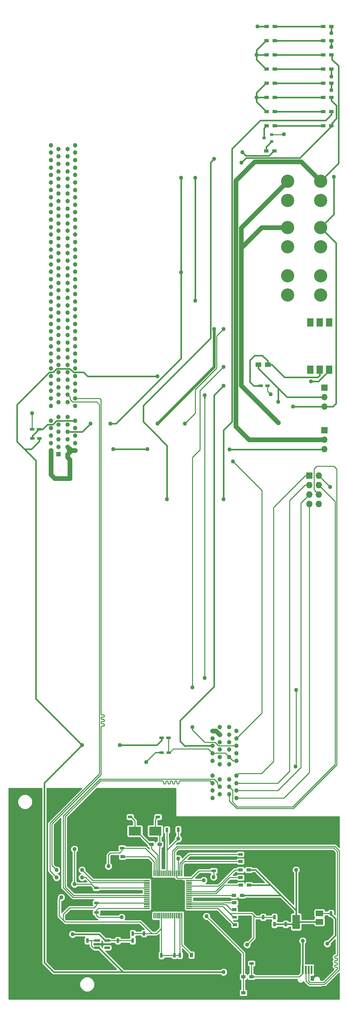
<source format=gbr>
G04 #@! TF.FileFunction,Copper,L1,Top,Signal*
%FSLAX46Y46*%
G04 Gerber Fmt 4.6, Leading zero omitted, Abs format (unit mm)*
G04 Created by KiCad (PCBNEW 4.0.7) date 02/02/18 15:47:42*
%MOMM*%
%LPD*%
G01*
G04 APERTURE LIST*
%ADD10C,0.100000*%
%ADD11R,1.200000X0.900000*%
%ADD12R,1.500000X0.300000*%
%ADD13R,0.300000X1.500000*%
%ADD14R,8.000000X8.000000*%
%ADD15C,0.300000*%
%ADD16R,1.727200X1.727200*%
%ADD17O,1.727200X1.727200*%
%ADD18R,0.500000X2.300000*%
%ADD19R,2.000000X2.500000*%
%ADD20C,1.198880*%
%ADD21R,1.198880X1.198880*%
%ADD22C,3.556000*%
%ADD23R,1.200000X0.750000*%
%ADD24R,0.750000X1.200000*%
%ADD25R,1.700000X1.700000*%
%ADD26O,1.700000X1.700000*%
%ADD27R,1.778000X2.286000*%
%ADD28R,1.500000X1.250000*%
%ADD29R,0.900000X1.200000*%
%ADD30R,2.000000X3.800000*%
%ADD31R,2.000000X1.500000*%
%ADD32R,1.560000X0.650000*%
%ADD33R,3.325000X2.400000*%
%ADD34R,0.900000X0.800000*%
%ADD35C,1.102360*%
%ADD36C,0.254000*%
%ADD37C,0.381000*%
%ADD38C,0.304800*%
%ADD39C,1.270000*%
%ADD40C,0.762000*%
G04 APERTURE END LIST*
D10*
D11*
X146220000Y-3810000D03*
X148420000Y-3810000D03*
D12*
X125342000Y-236914000D03*
X125342000Y-236414000D03*
X125342000Y-235914000D03*
X125342000Y-235414000D03*
X125342000Y-234914000D03*
X125342000Y-234414000D03*
X125342000Y-233914000D03*
X125342000Y-233414000D03*
X125342000Y-232914000D03*
X125342000Y-232414000D03*
X125342000Y-231914000D03*
X125342000Y-231414000D03*
X125342000Y-230914000D03*
X125342000Y-230414000D03*
X125342000Y-229914000D03*
X125342000Y-229414000D03*
D13*
X123392000Y-227464000D03*
X122892000Y-227464000D03*
X122392000Y-227464000D03*
X121892000Y-227464000D03*
X121392000Y-227464000D03*
X120892000Y-227464000D03*
X120392000Y-227464000D03*
X119892000Y-227464000D03*
X119392000Y-227464000D03*
X118892000Y-227464000D03*
X118392000Y-227464000D03*
X117892000Y-227464000D03*
X117392000Y-227464000D03*
X116892000Y-227464000D03*
X116392000Y-227464000D03*
X115892000Y-227464000D03*
D12*
X113942000Y-229414000D03*
X113942000Y-229914000D03*
X113942000Y-230414000D03*
X113942000Y-230914000D03*
X113942000Y-231414000D03*
X113942000Y-231914000D03*
X113942000Y-232414000D03*
X113942000Y-232914000D03*
X113942000Y-233414000D03*
X113942000Y-233914000D03*
X113942000Y-234414000D03*
X113942000Y-234914000D03*
X113942000Y-235414000D03*
X113942000Y-235914000D03*
X113942000Y-236414000D03*
X113942000Y-236914000D03*
D13*
X115892000Y-238864000D03*
X116392000Y-238864000D03*
X116892000Y-238864000D03*
X117392000Y-238864000D03*
X117892000Y-238864000D03*
X118392000Y-238864000D03*
X118892000Y-238864000D03*
X119392000Y-238864000D03*
X119892000Y-238864000D03*
X120392000Y-238864000D03*
X120892000Y-238864000D03*
X121392000Y-238864000D03*
X121892000Y-238864000D03*
X122392000Y-238864000D03*
X122892000Y-238864000D03*
X123392000Y-238864000D03*
D14*
X119642000Y-233164000D03*
D15*
X123142000Y-236664000D03*
X122142000Y-236664000D03*
X121142000Y-236664000D03*
X120142000Y-236664000D03*
X119142000Y-236664000D03*
X118142000Y-236664000D03*
X117142000Y-236664000D03*
X116142000Y-236664000D03*
X116142000Y-235664000D03*
X117142000Y-235664000D03*
X118142000Y-235664000D03*
X119142000Y-235664000D03*
X120142000Y-235664000D03*
X121142000Y-235664000D03*
X122142000Y-235664000D03*
X123142000Y-235664000D03*
X123142000Y-234664000D03*
X123142000Y-233664000D03*
X122142000Y-234664000D03*
X122142000Y-233664000D03*
X121142000Y-233664000D03*
X121142000Y-234664000D03*
X120142000Y-234664000D03*
X120142000Y-233664000D03*
X119142000Y-233664000D03*
X119142000Y-234664000D03*
X118142000Y-234664000D03*
X118142000Y-233664000D03*
X117142000Y-234664000D03*
X117142000Y-233664000D03*
X116142000Y-234664000D03*
X116142000Y-233664000D03*
X123142000Y-229664000D03*
X123142000Y-230664000D03*
X123142000Y-231664000D03*
X123142000Y-232664000D03*
X122142000Y-232664000D03*
X122142000Y-231664000D03*
X122142000Y-230664000D03*
X122142000Y-229664000D03*
X121142000Y-229664000D03*
X121142000Y-230664000D03*
X121142000Y-231664000D03*
X121142000Y-232664000D03*
X120142000Y-232664000D03*
X120142000Y-231664000D03*
X120142000Y-230664000D03*
X120142000Y-229664000D03*
X119142000Y-229664000D03*
X119142000Y-230664000D03*
X119142000Y-231664000D03*
X119142000Y-232664000D03*
X118142000Y-232664000D03*
X118142000Y-231664000D03*
X118142000Y-230664000D03*
X118142000Y-229664000D03*
X117142000Y-229664000D03*
X117142000Y-230664000D03*
X117142000Y-231664000D03*
X117142000Y-232664000D03*
X116142000Y-232664000D03*
X116142000Y-231664000D03*
X116142000Y-230664000D03*
X116142000Y-229664000D03*
D16*
X157734000Y-120650000D03*
D17*
X160274000Y-120650000D03*
X157734000Y-123190000D03*
X160274000Y-123190000D03*
X157734000Y-125730000D03*
X160274000Y-125730000D03*
X157734000Y-128270000D03*
X160274000Y-128270000D03*
D18*
X155966000Y-253432000D03*
X156766000Y-253432000D03*
X157566000Y-253432000D03*
X158366000Y-253432000D03*
X159166000Y-253432000D03*
D19*
X153116000Y-253532000D03*
X153116000Y-259032000D03*
X162016000Y-253532000D03*
X162016000Y-259032000D03*
D11*
X139868000Y-241300000D03*
X137668000Y-241300000D03*
D20*
X138125200Y-201241660D03*
X136123680Y-202242420D03*
X138125200Y-203240640D03*
X136123680Y-204241400D03*
X138125200Y-205242160D03*
X136123680Y-206240380D03*
X138125200Y-207241140D03*
X133624320Y-202242420D03*
X133624320Y-204241400D03*
X133624320Y-206240380D03*
X131622800Y-201241660D03*
X131622800Y-203240640D03*
X131622800Y-205242160D03*
X131622800Y-207241140D03*
X136123680Y-198241920D03*
X136123680Y-196240400D03*
X136123680Y-194241420D03*
X136123680Y-192242440D03*
X136123680Y-190240920D03*
X136123680Y-188241940D03*
X138125200Y-189242700D03*
X138125200Y-191241680D03*
X138125200Y-193240660D03*
X138125200Y-195242180D03*
X138125200Y-197241160D03*
X133624320Y-188241940D03*
X131622800Y-189242700D03*
X133624320Y-190240920D03*
X131622800Y-191241680D03*
X133624320Y-192242440D03*
X131622800Y-193240660D03*
X133624320Y-194241420D03*
X131622800Y-195242180D03*
X133624320Y-196240400D03*
X131622800Y-197241160D03*
X133624320Y-198241920D03*
X88168480Y-101902260D03*
X90170000Y-100901500D03*
X88168480Y-99903280D03*
X90170000Y-98902520D03*
X88168480Y-97901760D03*
X90170000Y-96903540D03*
X88168480Y-95902780D03*
X92669360Y-100901500D03*
X92669360Y-98902520D03*
X92669360Y-96903540D03*
X94670880Y-101902260D03*
X94670880Y-99903280D03*
X94670880Y-97901760D03*
X94670880Y-95902780D03*
X90170000Y-104902000D03*
X90170000Y-106903520D03*
X90170000Y-108902500D03*
X90170000Y-110901480D03*
X90170000Y-112903000D03*
D21*
X90170000Y-114901980D03*
D20*
X88168480Y-113901220D03*
X88168480Y-111902240D03*
X88168480Y-109903260D03*
X88168480Y-107901740D03*
X88168480Y-105902760D03*
X92669360Y-114901980D03*
X94670880Y-113901220D03*
X92669360Y-112903000D03*
X94670880Y-111902240D03*
X92669360Y-110901480D03*
X94670880Y-109903260D03*
X92669360Y-108902500D03*
X94670880Y-107901740D03*
X92669360Y-106903520D03*
X94670880Y-105902760D03*
X92669360Y-104902000D03*
X92669360Y-94902020D03*
X94670880Y-93901260D03*
X92669360Y-92903040D03*
X94670880Y-91902280D03*
X92669360Y-90901520D03*
X94670880Y-89903300D03*
X92669360Y-88902540D03*
X94670880Y-87901780D03*
X92669360Y-86903560D03*
X94670880Y-85902800D03*
X92669360Y-84902040D03*
X94670880Y-83901280D03*
X92669360Y-82903060D03*
X94670880Y-81902300D03*
X90170000Y-94902020D03*
X88168480Y-93901260D03*
X90170000Y-92903040D03*
X88168480Y-91902280D03*
X90170000Y-90901520D03*
X88168480Y-89903300D03*
X90170000Y-88902540D03*
X88168480Y-87901780D03*
X90170000Y-86903560D03*
X88168480Y-85902800D03*
X90170000Y-84902040D03*
X88168480Y-83901280D03*
X90170000Y-82903060D03*
X88168480Y-81902300D03*
X92669360Y-80901540D03*
X94670880Y-79903320D03*
X92669360Y-78902560D03*
X94670880Y-77901800D03*
X92669360Y-76903580D03*
X94670880Y-75902820D03*
X92669360Y-74902060D03*
X94670880Y-73901300D03*
X92669360Y-72903080D03*
X94670880Y-71902320D03*
X92669360Y-70901560D03*
X94670880Y-69903340D03*
X92669360Y-68902580D03*
X94670880Y-67901820D03*
X92669360Y-66903600D03*
X94670880Y-65902840D03*
X92669360Y-64902080D03*
X90170000Y-80901540D03*
X88168480Y-79903320D03*
X90170000Y-78902560D03*
X88168480Y-77901800D03*
X90170000Y-76903580D03*
X88168480Y-75902820D03*
X90170000Y-74902060D03*
X88168480Y-73901300D03*
X90170000Y-72903080D03*
X88168480Y-71902320D03*
X90170000Y-70901560D03*
X88168480Y-69903340D03*
X90170000Y-68902580D03*
X88168480Y-67901820D03*
X90170000Y-66903600D03*
X88168480Y-65902840D03*
X90170000Y-64902080D03*
X94670880Y-63901320D03*
X92669360Y-62903100D03*
X94670880Y-61902340D03*
X92669360Y-60901580D03*
X94670880Y-59903360D03*
X92669360Y-58902600D03*
X94670880Y-57901840D03*
X92669360Y-56903620D03*
X94670880Y-55902860D03*
X92669360Y-54902100D03*
X94670880Y-53901340D03*
X92669360Y-52903120D03*
X94670880Y-51902360D03*
X92669360Y-50901600D03*
X94670880Y-49903380D03*
X92669360Y-48902620D03*
X94670880Y-47901860D03*
X92669360Y-46903640D03*
X94670880Y-45902880D03*
X92669360Y-44902120D03*
X94670880Y-43901360D03*
X92669360Y-42903140D03*
X94670880Y-41902380D03*
X92669360Y-40901620D03*
X94670880Y-39903400D03*
X92669360Y-38902640D03*
X94670880Y-37901880D03*
X92669360Y-36901120D03*
X94670880Y-35902900D03*
X92669360Y-34902140D03*
X94670880Y-33901380D03*
X92669360Y-32903160D03*
X94670880Y-31902400D03*
X88168480Y-63901320D03*
X90170000Y-62903100D03*
X88168480Y-61902340D03*
X90170000Y-60901580D03*
X88168480Y-59903360D03*
X90170000Y-58902600D03*
X88168480Y-57901840D03*
X90170000Y-56903620D03*
X88168480Y-55902860D03*
X90170000Y-54902100D03*
X88168480Y-53901340D03*
X90170000Y-52903120D03*
X88168480Y-51902360D03*
X90170000Y-50901600D03*
X88168480Y-49903380D03*
X90170000Y-48902620D03*
X88168480Y-47901860D03*
X90170000Y-46903640D03*
X88168480Y-45902880D03*
X90170000Y-44902120D03*
X88168480Y-43901360D03*
X90170000Y-42903140D03*
X88168480Y-41902380D03*
X90170000Y-40901620D03*
X88168480Y-39903400D03*
X90170000Y-38902640D03*
X88168480Y-37901880D03*
X90170000Y-36901120D03*
X88168480Y-35902900D03*
X90170000Y-34902140D03*
X88168480Y-33901380D03*
X90170000Y-32903160D03*
X88168480Y-31902400D03*
D22*
X151892000Y-72136000D03*
X151892000Y-67005200D03*
D23*
X142160000Y-251690000D03*
X144060000Y-251690000D03*
D24*
X163576000Y-238252000D03*
X163576000Y-240152000D03*
D23*
X109474000Y-212344000D03*
X111374000Y-212344000D03*
X107310000Y-220726000D03*
X105410000Y-220726000D03*
X116962000Y-212344000D03*
X115062000Y-212344000D03*
X131958000Y-226822000D03*
X133858000Y-226822000D03*
X137546000Y-239268000D03*
X139446000Y-239268000D03*
X139200000Y-222382000D03*
X141100000Y-222382000D03*
X100380000Y-237998000D03*
X98480000Y-237998000D03*
D24*
X151384000Y-241168000D03*
X151384000Y-239268000D03*
X145288000Y-239268000D03*
X145288000Y-241168000D03*
X122890000Y-249503528D03*
X122890000Y-251403528D03*
X97944000Y-245568000D03*
X97944000Y-247468000D03*
X121390000Y-249520000D03*
X121390000Y-251420000D03*
X117890000Y-249550000D03*
X117890000Y-251450000D03*
D23*
X100380000Y-235420000D03*
X98480000Y-235420000D03*
D24*
X119380000Y-215834000D03*
X119380000Y-213934000D03*
D23*
X100330000Y-231394000D03*
X98430000Y-231394000D03*
D24*
X122428000Y-215768000D03*
X122428000Y-213868000D03*
X106149000Y-245568000D03*
X106149000Y-243668000D03*
D23*
X119882000Y-195052000D03*
X117982000Y-195052000D03*
D24*
X113233267Y-243661749D03*
X113233267Y-245561749D03*
D23*
X84958000Y-108204000D03*
X83058000Y-108204000D03*
X144592000Y-96520000D03*
X146492000Y-96520000D03*
D25*
X161798000Y-97028000D03*
D26*
X161798000Y-99568000D03*
X161798000Y-102108000D03*
D25*
X161798000Y-108458000D03*
D26*
X161798000Y-110998000D03*
X161798000Y-113538000D03*
D27*
X157988000Y-92202000D03*
X160528000Y-92202000D03*
X163068000Y-92202000D03*
X163068000Y-79502000D03*
X160528000Y-79502000D03*
X157988000Y-79502000D03*
D23*
X119832000Y-191052000D03*
X117932000Y-191052000D03*
X83148000Y-110662000D03*
X85048000Y-110662000D03*
D28*
X144044724Y-90868200D03*
X146544724Y-90868200D03*
D24*
X148336000Y-239268000D03*
X148336000Y-241168000D03*
X110164000Y-243668000D03*
X110164000Y-245568000D03*
D22*
X160782000Y-72136000D03*
X160782000Y-67005200D03*
X151892000Y-46736000D03*
X151892000Y-41605200D03*
X151892000Y-59182000D03*
X151892000Y-54051200D03*
X160782000Y-59182000D03*
X160782000Y-54051200D03*
X160782000Y-46736000D03*
X160782000Y-41605200D03*
D11*
X139954000Y-255270000D03*
X142154000Y-255270000D03*
X139614000Y-233426000D03*
X137414000Y-233426000D03*
X141478000Y-230632000D03*
X139278000Y-230632000D03*
X141392000Y-226568000D03*
X139192000Y-226568000D03*
X139954000Y-259588000D03*
X137754000Y-259588000D03*
X117400000Y-219700000D03*
X115200000Y-219700000D03*
X139192000Y-228600000D03*
X141392000Y-228600000D03*
X139204000Y-224282000D03*
X141404000Y-224282000D03*
X107442000Y-223012000D03*
X105242000Y-223012000D03*
X139740000Y-235410000D03*
X137540000Y-235410000D03*
X139700000Y-237236000D03*
X137500000Y-237236000D03*
D29*
X125984000Y-251628000D03*
X125984000Y-249428000D03*
D30*
X154178000Y-240538000D03*
D31*
X160478000Y-240538000D03*
X160478000Y-238238000D03*
X160478000Y-242838000D03*
D32*
X100564000Y-245568000D03*
X100564000Y-246518000D03*
X100564000Y-247468000D03*
X103264000Y-247468000D03*
X103264000Y-245568000D03*
D33*
X110744000Y-216154000D03*
X116269000Y-216154000D03*
D11*
X161460000Y-19050000D03*
X163660000Y-19050000D03*
X161460000Y0D03*
X163660000Y0D03*
X161460000Y-11430000D03*
X163660000Y-11430000D03*
X161460000Y-22860000D03*
X163660000Y-22860000D03*
X161460000Y-3810000D03*
X163660000Y-3810000D03*
X161460000Y-15240000D03*
X163660000Y-15240000D03*
X161460000Y-7620000D03*
X163660000Y-7620000D03*
X146220000Y-19050000D03*
X148420000Y-19050000D03*
X146220000Y0D03*
X148420000Y0D03*
X146220000Y-11430000D03*
X148420000Y-11430000D03*
X146220000Y-22860000D03*
X148420000Y-22860000D03*
X146220000Y-15240000D03*
X148420000Y-15240000D03*
X146220000Y-7620000D03*
X148420000Y-7620000D03*
X161460000Y-26670000D03*
X163660000Y-26670000D03*
X148420000Y-26670000D03*
X146220000Y-26670000D03*
X146120000Y-33400000D03*
X148320000Y-33400000D03*
D34*
X147558000Y-30922000D03*
X147558000Y-29022000D03*
X145558000Y-29972000D03*
D35*
X95300800Y-235458000D03*
X144170400Y-236626400D03*
X163652200Y-17119600D03*
X136245600Y-113588800D03*
X114096800Y-113538000D03*
X153365200Y-102108000D03*
X164338000Y-40386000D03*
X104902000Y-113538000D03*
X163652200Y-13487400D03*
X155956000Y-245618000D03*
X106680000Y-193040000D03*
X96520000Y-193040000D03*
X162560000Y-246380000D03*
X134620000Y-254000000D03*
X149352000Y-100838000D03*
X116840000Y-93980000D03*
X139446000Y-36576000D03*
X131953000Y-228473000D03*
X140970000Y-246634000D03*
X107188000Y-239268000D03*
X103632000Y-225552000D03*
X154025600Y-198831200D03*
X154178000Y-178206400D03*
X134620000Y-127000000D03*
X154178000Y-226568000D03*
X94488000Y-220980000D03*
X90932000Y-233934000D03*
X94488000Y-230378000D03*
X122428000Y-218186000D03*
X122428000Y-223520000D03*
X163322000Y-123698000D03*
X129540000Y-175006000D03*
X129540000Y-99060000D03*
X163652200Y-5511800D03*
X149352000Y-106426000D03*
X93218000Y-121412000D03*
X137160000Y-116840000D03*
X124206000Y-106680000D03*
X134620000Y-81280000D03*
X126238000Y-188214000D03*
X126238000Y-177546000D03*
X134620000Y-91440000D03*
X158140400Y-95300800D03*
X134620000Y-96520000D03*
X89662000Y-228600000D03*
X96520000Y-228600000D03*
X96520000Y-226568000D03*
X89662000Y-226568000D03*
X163652200Y-1752600D03*
X127000000Y-73660000D03*
X127000000Y-40640000D03*
X132080000Y-81280000D03*
X116840000Y-106680000D03*
X143738600Y0D03*
X98806000Y-106680000D03*
X104140000Y-106680000D03*
X123190000Y-66040000D03*
X123190000Y-40640000D03*
X130048000Y-239014000D03*
X129286000Y-229362000D03*
X143510000Y-19050000D03*
X143510000Y-7594600D03*
X96316800Y-239115600D03*
X139700000Y-243941600D03*
X143510000Y-229057200D03*
X143560800Y-224485200D03*
X83058000Y-103886000D03*
X150876000Y-28956000D03*
X147320000Y-98806000D03*
X159512000Y-259080000D03*
X113792000Y-197612000D03*
X139700000Y-33782000D03*
X132080000Y-35560000D03*
X119380000Y-127000000D03*
X93980000Y-243840000D03*
D36*
X95338800Y-235420000D02*
X95300800Y-235458000D01*
D37*
X163652200Y-17119600D02*
X163652200Y-15247800D01*
X163652200Y-15247800D02*
X163660000Y-15240000D01*
X153365200Y-102108000D02*
X161798000Y-102108000D01*
X136245600Y-113588800D02*
X161747200Y-113588800D01*
X161747200Y-113588800D02*
X161798000Y-113538000D01*
X104902000Y-113538000D02*
X114096800Y-113538000D01*
X164338000Y-50495200D02*
X164338000Y-40386000D01*
X160782000Y-54051200D02*
X164338000Y-50495200D01*
X160782000Y-54051200D02*
X164896800Y-58166000D01*
X164896800Y-58166000D02*
X164896800Y-101295200D01*
X164896800Y-101295200D02*
X164084000Y-102108000D01*
X164084000Y-102108000D02*
X161798000Y-102108000D01*
X163652200Y-13487400D02*
X163652200Y-11437800D01*
X163652200Y-11437800D02*
X163660000Y-11430000D01*
X155966000Y-253432000D02*
X155966000Y-245628000D01*
X155966000Y-245628000D02*
X155956000Y-245618000D01*
D36*
X142154000Y-255270000D02*
X142154000Y-251696000D01*
X142154000Y-251696000D02*
X142160000Y-251690000D01*
X142154000Y-255270000D02*
X155028000Y-255270000D01*
X155966000Y-254332000D02*
X155028000Y-255270000D01*
X155966000Y-253432000D02*
X155966000Y-254332000D01*
D37*
X163800000Y-26800000D02*
X163800000Y-25969000D01*
X163800000Y-25969000D02*
X165023790Y-24745210D01*
X165023790Y-24745210D02*
X165023790Y-21183600D01*
X165023790Y-21183600D02*
X164962600Y-21183600D01*
X164962600Y-21183600D02*
X163660000Y-19881000D01*
X163660000Y-19881000D02*
X163660000Y-19050000D01*
X139446000Y-36576000D02*
X140728710Y-35293290D01*
X140728710Y-35293290D02*
X155191510Y-35293290D01*
X155191510Y-35293290D02*
X163713200Y-26771600D01*
X163713200Y-26771600D02*
X163863200Y-26771600D01*
X96520000Y-193040000D02*
X86360000Y-203200000D01*
X86360000Y-203200000D02*
X86360000Y-251460000D01*
X86360000Y-251460000D02*
X88900000Y-254000000D01*
X88900000Y-254000000D02*
X107551000Y-254000000D01*
X84074000Y-116586000D02*
X84074000Y-180594000D01*
X84074000Y-180594000D02*
X96520000Y-193040000D01*
X81026000Y-113538000D02*
X84074000Y-116586000D01*
X106680000Y-193040000D02*
X116700000Y-193040000D01*
X116700000Y-193040000D02*
X117932000Y-191808000D01*
X117932000Y-191808000D02*
X117932000Y-191052000D01*
X162560000Y-246380000D02*
X164776491Y-244163509D01*
X164776491Y-244163509D02*
X164776491Y-239677491D01*
X164776491Y-239677491D02*
X163576000Y-238477000D01*
X163576000Y-238477000D02*
X163576000Y-238252000D01*
X107551000Y-254000000D02*
X134620000Y-254000000D01*
X100564000Y-247468000D02*
X101019000Y-247468000D01*
X101019000Y-247468000D02*
X107551000Y-254000000D01*
X144044724Y-91874200D02*
X149352000Y-97181476D01*
X149352000Y-97181476D02*
X151738524Y-99568000D01*
X149352000Y-100838000D02*
X149352000Y-97181476D01*
X85048000Y-110662000D02*
X85048000Y-111418000D01*
X85048000Y-111418000D02*
X82928000Y-113538000D01*
X89693291Y-91909899D02*
X93208649Y-91909899D01*
X82928000Y-113538000D02*
X81026000Y-113538000D01*
X78994000Y-111506000D02*
X78994000Y-101605890D01*
X81026000Y-113538000D02*
X78994000Y-111506000D01*
X93208649Y-91909899D02*
X94194171Y-92895421D01*
X78994000Y-101605890D02*
X87691771Y-92908119D01*
X94194171Y-92895421D02*
X96959421Y-92895421D01*
X87691771Y-92908119D02*
X88695071Y-92908119D01*
X98044000Y-93980000D02*
X116840000Y-93980000D01*
X88695071Y-92908119D02*
X89693291Y-91909899D01*
X96959421Y-92895421D02*
X98044000Y-93980000D01*
X144044724Y-90868200D02*
X144044724Y-91874200D01*
X151738524Y-99568000D02*
X152869524Y-99568000D01*
X161798000Y-99568000D02*
X152869524Y-99568000D01*
D36*
X100564000Y-245568000D02*
X98806000Y-245568000D01*
X98806000Y-245568000D02*
X97944000Y-245568000D01*
X99060000Y-246998000D02*
X99060000Y-245822000D01*
X99060000Y-245822000D02*
X98806000Y-245568000D01*
X100564000Y-247468000D02*
X99530000Y-247468000D01*
X99530000Y-247468000D02*
X99060000Y-246998000D01*
X160478000Y-238238000D02*
X163562000Y-238238000D01*
X163562000Y-238238000D02*
X163576000Y-238252000D01*
D38*
X117707000Y-191052000D02*
X117932000Y-191052000D01*
D36*
X110744000Y-216154000D02*
X111206500Y-216154000D01*
X111206500Y-216154000D02*
X114752500Y-219700000D01*
X114752500Y-219700000D02*
X115200000Y-219700000D01*
X116892000Y-222556000D02*
X115200000Y-220864000D01*
X115200000Y-220864000D02*
X115200000Y-219700000D01*
X116892000Y-227464000D02*
X116892000Y-222556000D01*
X110744000Y-216154000D02*
X110744000Y-213389000D01*
X110744000Y-213389000D02*
X109699000Y-212344000D01*
X109699000Y-212344000D02*
X109474000Y-212344000D01*
X115232000Y-219710000D02*
X115082000Y-219710000D01*
X131958000Y-226822000D02*
X131958000Y-228468000D01*
X131958000Y-228468000D02*
X131953000Y-228473000D01*
X142748000Y-238760000D02*
X142748000Y-244856000D01*
X142748000Y-244856000D02*
X140970000Y-246634000D01*
X142748000Y-238760000D02*
X143256000Y-239268000D01*
X142240000Y-238252000D02*
X142748000Y-238760000D01*
X143256000Y-239268000D02*
X144018000Y-239268000D01*
X144018000Y-239268000D02*
X145288000Y-239268000D01*
X100380000Y-237998000D02*
X100380000Y-238810000D01*
X100380000Y-238810000D02*
X100838000Y-239268000D01*
X100838000Y-239268000D02*
X107188000Y-239268000D01*
X103632000Y-222504000D02*
X103632000Y-225552000D01*
X104140000Y-221996000D02*
X103632000Y-222504000D01*
X106669000Y-221996000D02*
X104140000Y-221996000D01*
X107310000Y-220726000D02*
X107310000Y-221355000D01*
X107310000Y-221355000D02*
X106669000Y-221996000D01*
X136305000Y-238252000D02*
X142240000Y-238252000D01*
X136305000Y-238252000D02*
X137321000Y-239268000D01*
X134467000Y-236414000D02*
X136305000Y-238252000D01*
X145288000Y-239268000D02*
X148336000Y-239268000D01*
X116392000Y-223580000D02*
X113538000Y-220726000D01*
X113538000Y-220726000D02*
X107310000Y-220726000D01*
X116392000Y-227464000D02*
X116392000Y-223580000D01*
X121892000Y-227464000D02*
X121892000Y-228468000D01*
X121892000Y-228468000D02*
X122257799Y-228833799D01*
X122257799Y-228833799D02*
X126004201Y-228833799D01*
X126004201Y-228833799D02*
X128016000Y-226822000D01*
X128016000Y-226822000D02*
X131958000Y-226822000D01*
X125342000Y-236414000D02*
X134467000Y-236414000D01*
X137321000Y-239268000D02*
X137546000Y-239268000D01*
X113942000Y-236914000D02*
X100835000Y-236914000D01*
X100835000Y-236914000D02*
X100380000Y-237369000D01*
X100380000Y-237369000D02*
X100380000Y-237998000D01*
X117400000Y-219700000D02*
X117400000Y-217285000D01*
X117400000Y-217285000D02*
X116269000Y-216154000D01*
X117392000Y-221024000D02*
X117400000Y-221016000D01*
X117400000Y-221016000D02*
X117400000Y-219700000D01*
X117392000Y-227464000D02*
X117392000Y-221024000D01*
X116269000Y-216154000D02*
X116269000Y-213037000D01*
X116269000Y-213037000D02*
X116962000Y-212344000D01*
X125344000Y-222382000D02*
X122892000Y-224834000D01*
X122892000Y-224834000D02*
X122892000Y-227464000D01*
X125730000Y-222382000D02*
X125344000Y-222382000D01*
X139200000Y-222382000D02*
X125730000Y-222382000D01*
D37*
X136893290Y-106184710D02*
X136893290Y-32867600D01*
X162103400Y-25247600D02*
X144513290Y-25247600D01*
X144513290Y-25247600D02*
X136893290Y-32867600D01*
X163660000Y-22860000D02*
X163660000Y-23691000D01*
X163660000Y-23691000D02*
X162103400Y-25247600D01*
D36*
X154178000Y-178206400D02*
X154178000Y-198678800D01*
X154178000Y-198678800D02*
X154025600Y-198831200D01*
D37*
X134620000Y-108458000D02*
X134620000Y-116840000D01*
X134620000Y-108458000D02*
X136893290Y-106184710D01*
X134620000Y-127000000D02*
X134620000Y-116840000D01*
X154178000Y-237490000D02*
X154178000Y-226568000D01*
X150114000Y-233426000D02*
X154178000Y-237490000D01*
X154178000Y-237490000D02*
X154178000Y-240538000D01*
X141392000Y-226568000D02*
X143256000Y-226568000D01*
X143256000Y-226568000D02*
X147320000Y-230632000D01*
X150114000Y-233426000D02*
X147320000Y-230632000D01*
X147320000Y-230632000D02*
X141478000Y-230632000D01*
X139614000Y-233426000D02*
X150114000Y-233426000D01*
X148336000Y-241168000D02*
X151384000Y-241168000D01*
X151384000Y-241168000D02*
X153548000Y-241168000D01*
X153548000Y-241168000D02*
X154178000Y-240538000D01*
X160478000Y-240538000D02*
X159097000Y-240538000D01*
X159097000Y-240538000D02*
X154178000Y-240538000D01*
D36*
X94488000Y-220980000D02*
X94488000Y-230378000D01*
X119392000Y-227464000D02*
X119392000Y-221234000D01*
X119392000Y-221234000D02*
X119392000Y-218198000D01*
X122428000Y-218186000D02*
X121876821Y-218737179D01*
X121876821Y-218737179D02*
X121876821Y-218749179D01*
X121876821Y-218749179D02*
X119392000Y-221234000D01*
X90380821Y-238970821D02*
X91440000Y-240030000D01*
X91440000Y-240030000D02*
X91948000Y-240538000D01*
X93218000Y-236728000D02*
X91440000Y-238506000D01*
X91440000Y-238506000D02*
X91440000Y-240030000D01*
X99701000Y-236728000D02*
X93218000Y-236728000D01*
X100380000Y-235420000D02*
X100380000Y-236049000D01*
X100380000Y-236049000D02*
X99701000Y-236728000D01*
X116510251Y-243661749D02*
X115316000Y-243661749D01*
X115316000Y-243661749D02*
X113233267Y-243661749D01*
X91948000Y-240538000D02*
X112192251Y-240538000D01*
X112192251Y-240538000D02*
X115316000Y-243661749D01*
X90932000Y-233934000D02*
X90380821Y-234485179D01*
X90380821Y-234485179D02*
X90380821Y-238970821D01*
X100330000Y-231394000D02*
X100105000Y-231394000D01*
X100105000Y-231394000D02*
X99089000Y-230378000D01*
X99089000Y-230378000D02*
X98983362Y-230378000D01*
X98983362Y-230378000D02*
X94488000Y-230378000D01*
X121390000Y-249520000D02*
X122873528Y-249520000D01*
X122873528Y-249520000D02*
X122890000Y-249503528D01*
X117890000Y-249550000D02*
X121360000Y-249550000D01*
X121360000Y-249550000D02*
X121390000Y-249520000D01*
X117892000Y-243840000D02*
X117892000Y-247940000D01*
X117892000Y-241808000D02*
X117892000Y-243840000D01*
X117892000Y-243840000D02*
X117892000Y-244638000D01*
X117892000Y-242280000D02*
X116510251Y-243661749D01*
X117892000Y-241610000D02*
X117892000Y-241808000D01*
X117892000Y-241808000D02*
X117892000Y-242280000D01*
X113233267Y-243661749D02*
X110170251Y-243661749D01*
X110170251Y-243661749D02*
X110164000Y-243668000D01*
X119380000Y-215834000D02*
X119380000Y-218186000D01*
X119380000Y-218186000D02*
X119392000Y-218198000D01*
X122428000Y-218186000D02*
X122428000Y-215768000D01*
X122392000Y-227464000D02*
X122392000Y-223556000D01*
X122392000Y-223556000D02*
X122428000Y-223520000D01*
X117892000Y-247940000D02*
X117890000Y-247942000D01*
X117890000Y-247942000D02*
X117890000Y-249550000D01*
X117892000Y-241610000D02*
X117892000Y-241772000D01*
X117892000Y-238864000D02*
X117892000Y-241610000D01*
X121390000Y-249520000D02*
X121390000Y-238866000D01*
X121390000Y-238866000D02*
X121392000Y-238864000D01*
X121392000Y-239868000D02*
X121392000Y-238864000D01*
X122892000Y-238864000D02*
X122892000Y-248368000D01*
X122892000Y-248368000D02*
X122890000Y-248370000D01*
X122890000Y-248370000D02*
X122890000Y-249503528D01*
X113942000Y-231414000D02*
X100350000Y-231414000D01*
X100350000Y-231414000D02*
X100330000Y-231394000D01*
X113942000Y-235414000D02*
X102914000Y-235414000D01*
X102908000Y-235420000D02*
X100380000Y-235420000D01*
X102914000Y-235414000D02*
X102908000Y-235420000D01*
X138125200Y-197241160D02*
X137124440Y-197241160D01*
X137124440Y-197241160D02*
X136123680Y-196240400D01*
X131622800Y-195242180D02*
X132470536Y-195242180D01*
X132470536Y-195242180D02*
X132541655Y-195171061D01*
X132541655Y-195171061D02*
X135054341Y-195171061D01*
X135054341Y-195171061D02*
X135524241Y-195640961D01*
X135524241Y-195640961D02*
X136123680Y-196240400D01*
X121103000Y-194056000D02*
X130436620Y-194056000D01*
X130436620Y-194056000D02*
X131622800Y-195242180D01*
X119882000Y-195052000D02*
X120107000Y-195052000D01*
X120107000Y-195052000D02*
X121103000Y-194056000D01*
X119832000Y-191052000D02*
X119832000Y-195002000D01*
X119832000Y-195002000D02*
X119882000Y-195052000D01*
D37*
X84958000Y-108204000D02*
X85939000Y-108204000D01*
X85939000Y-108204000D02*
X87234401Y-106908599D01*
X87234401Y-106908599D02*
X88632491Y-106908599D01*
X88632491Y-106908599D02*
X89638330Y-105902760D01*
X89638330Y-105902760D02*
X90639090Y-105902760D01*
X90639090Y-105902760D02*
X90654330Y-105918000D01*
X93823144Y-105902760D02*
X94670880Y-105902760D01*
X90654330Y-105918000D02*
X92185030Y-105918000D01*
X92185030Y-105918000D02*
X92200270Y-105902760D01*
X92200270Y-105902760D02*
X93823144Y-105902760D01*
X83148000Y-110662000D02*
X83148000Y-110014000D01*
X83148000Y-110014000D02*
X84958000Y-108204000D01*
D36*
X83373000Y-110662000D02*
X83148000Y-110662000D01*
D37*
X160020000Y-94234000D02*
X151041524Y-94234000D01*
X160528000Y-93726000D02*
X160020000Y-94234000D01*
X160528000Y-92202000D02*
X160528000Y-93726000D01*
X147675724Y-90868200D02*
X146544724Y-90868200D01*
X151041524Y-94234000D02*
X147675724Y-90868200D01*
X141732000Y-95504000D02*
X142748000Y-96520000D01*
X142748000Y-96520000D02*
X144592000Y-96520000D01*
X141732000Y-89662000D02*
X141732000Y-95504000D01*
X143002000Y-88392000D02*
X141732000Y-89662000D01*
X146544724Y-89862200D02*
X145074524Y-88392000D01*
X146544724Y-90868200D02*
X146544724Y-89862200D01*
X145074524Y-88392000D02*
X143002000Y-88392000D01*
D36*
X146402273Y-91010651D02*
X146544724Y-90868200D01*
X138125200Y-201241660D02*
X138724639Y-200642221D01*
X138724639Y-200642221D02*
X144848579Y-200642221D01*
X144848579Y-200642221D02*
X148082000Y-197408800D01*
X148082000Y-197408800D02*
X148082000Y-129184400D01*
X148082000Y-129184400D02*
X156616400Y-120650000D01*
X156616400Y-120650000D02*
X157734000Y-120650000D01*
X160274000Y-120650000D02*
X163322000Y-123698000D01*
X157734000Y-123190000D02*
X156512686Y-123190000D01*
X152400000Y-127302686D02*
X152400000Y-200050400D01*
X156512686Y-123190000D02*
X152400000Y-127302686D01*
X152400000Y-200050400D02*
X149209760Y-203240640D01*
X149209760Y-203240640D02*
X138125200Y-203240640D01*
X164642790Y-198184618D02*
X164642790Y-129032000D01*
X164642790Y-129032000D02*
X164642790Y-127558790D01*
X164642790Y-127558790D02*
X160274000Y-123190000D01*
X153226618Y-209600790D02*
X164642790Y-198184618D01*
X138365382Y-209600790D02*
X153226618Y-209600790D01*
X137053321Y-208288729D02*
X138365382Y-209600790D01*
X136123680Y-204241400D02*
X137053321Y-205171041D01*
X137053321Y-205171041D02*
X137053321Y-208288729D01*
X155448000Y-128789174D02*
X155448000Y-164693600D01*
X155448000Y-164693600D02*
X155448000Y-165100000D01*
X138125200Y-205242160D02*
X149291040Y-205242160D01*
X155448000Y-199085200D02*
X155448000Y-164693600D01*
X149291040Y-205242160D02*
X155448000Y-199085200D01*
X157734000Y-125730000D02*
X155448000Y-128016000D01*
X155448000Y-128016000D02*
X155448000Y-128789174D01*
X136123680Y-206240380D02*
X136123680Y-208026760D01*
X136123680Y-208026760D02*
X136652000Y-208555080D01*
X136652000Y-208555080D02*
X136673080Y-208555080D01*
X153416000Y-210058000D02*
X165100000Y-198374000D01*
X165100000Y-118872000D02*
X164338000Y-118110000D01*
X136673080Y-208555080D02*
X138176000Y-210058000D01*
X138176000Y-210058000D02*
X153416000Y-210058000D01*
X159766000Y-118110000D02*
X159004000Y-118872000D01*
X165100000Y-198374000D02*
X165100000Y-118872000D01*
X164338000Y-118110000D02*
X159766000Y-118110000D01*
X159004000Y-118872000D02*
X159004000Y-124460000D01*
X159004000Y-124460000D02*
X160274000Y-125730000D01*
X157734000Y-128270000D02*
X157734000Y-200406000D01*
X157734000Y-200406000D02*
X150898860Y-207241140D01*
X150898860Y-207241140D02*
X138125200Y-207241140D01*
X91440000Y-231394000D02*
X91555408Y-231394000D01*
X91555408Y-231394000D02*
X94075408Y-233914000D01*
X94075408Y-233914000D02*
X113942000Y-233914000D01*
X91440000Y-231394000D02*
X91440000Y-212090000D01*
X113942000Y-233914000D02*
X111780000Y-233914000D01*
X91440000Y-212090000D02*
X101346000Y-202184000D01*
X101346000Y-202184000D02*
X132080000Y-202184000D01*
X132080000Y-202184000D02*
X133024881Y-203128881D01*
X133024881Y-203128881D02*
X133024881Y-203641961D01*
X133024881Y-203641961D02*
X133624320Y-204241400D01*
X91948000Y-212228592D02*
X91948000Y-230886000D01*
X113942000Y-233414000D02*
X94222000Y-233414000D01*
X94222000Y-233414000D02*
X91948000Y-231140000D01*
X91948000Y-231140000D02*
X91948000Y-230886000D01*
X120836000Y-203164678D02*
X120836000Y-202941201D01*
X120236000Y-203164678D02*
X120228478Y-203231435D01*
X119665709Y-203294844D02*
X119643521Y-203231435D01*
X131622800Y-203240640D02*
X131023361Y-202641201D01*
X120806290Y-202811036D02*
X120770549Y-202754155D01*
X122036000Y-203164678D02*
X122036000Y-202941201D01*
X119643521Y-203231435D02*
X119636000Y-203164678D01*
X131023361Y-202641201D02*
X122936000Y-202641201D01*
X121436000Y-203164678D02*
X121428478Y-203231435D01*
X121605834Y-202670911D02*
X121548953Y-202706652D01*
X122701450Y-202754155D02*
X122665709Y-202811036D01*
X121866165Y-202670911D02*
X121802756Y-202648723D01*
X122336000Y-203464678D02*
X122269243Y-203457157D01*
X122606290Y-203294844D02*
X122570549Y-203351725D01*
X122205834Y-203434969D02*
X122148953Y-203399228D01*
X122936000Y-202641201D02*
X122869243Y-202648723D01*
X122869243Y-202648723D02*
X122805834Y-202670911D01*
X121202756Y-203457157D02*
X121136000Y-203464678D01*
X118436000Y-202941201D02*
X118428478Y-202874445D01*
X121923046Y-202706652D02*
X121866165Y-202670911D01*
X122748953Y-202706652D02*
X122701450Y-202754155D01*
X118370549Y-202754155D02*
X118323046Y-202706652D01*
X122628478Y-203231435D02*
X122606290Y-203294844D01*
X119466165Y-202670911D02*
X119402756Y-202648723D01*
X119570549Y-202754155D02*
X119523046Y-202706652D01*
X122805834Y-202670911D02*
X122748953Y-202706652D01*
X118501450Y-203351725D02*
X118465709Y-203294844D01*
X122665709Y-202811036D02*
X122643521Y-202874445D01*
X122402756Y-203457157D02*
X122336000Y-203464678D01*
X119748953Y-203399228D02*
X119701450Y-203351725D01*
X122643521Y-202874445D02*
X122636000Y-202941201D01*
X121370549Y-203351725D02*
X121323046Y-203399228D01*
X122636000Y-202941201D02*
X122636000Y-203164678D01*
X120723046Y-202706652D02*
X120666165Y-202670911D01*
X122036000Y-202941201D02*
X122028478Y-202874445D01*
X122570549Y-203351725D02*
X122523046Y-203399228D01*
X119869243Y-203457157D02*
X119805834Y-203434969D01*
X122636000Y-203164678D02*
X122628478Y-203231435D01*
X120836000Y-202941201D02*
X120828478Y-202874445D01*
X118970549Y-203351725D02*
X118923046Y-203399228D01*
X122523046Y-203399228D02*
X122466165Y-203434969D01*
X122148953Y-203399228D02*
X122101450Y-203351725D01*
X121436000Y-202941201D02*
X121436000Y-203164678D01*
X122466165Y-203434969D02*
X122402756Y-203457157D01*
X122269243Y-203457157D02*
X122205834Y-203434969D01*
X121736000Y-202641201D02*
X121669243Y-202648723D01*
X120901450Y-203351725D02*
X120865709Y-203294844D01*
X122101450Y-203351725D02*
X122065709Y-203294844D01*
X122028478Y-202874445D02*
X122006290Y-202811036D01*
X122065709Y-203294844D02*
X122043521Y-203231435D01*
X122043521Y-203231435D02*
X122036000Y-203164678D01*
X121970549Y-202754155D02*
X121923046Y-202706652D01*
X120828478Y-202874445D02*
X120806290Y-202811036D01*
X120236000Y-202941201D02*
X120236000Y-203164678D01*
X122006290Y-202811036D02*
X121970549Y-202754155D01*
X121069243Y-203457157D02*
X121005834Y-203434969D01*
X118465709Y-203294844D02*
X118443521Y-203231435D01*
X119636000Y-203164678D02*
X119636000Y-202941201D01*
X121802756Y-202648723D02*
X121736000Y-202641201D01*
X121669243Y-202648723D02*
X121605834Y-202670911D01*
X121548953Y-202706652D02*
X121501450Y-202754155D01*
X121501450Y-202754155D02*
X121465709Y-202811036D01*
X121465709Y-202811036D02*
X121443521Y-202874445D01*
X101535391Y-202641201D02*
X91948000Y-212228592D01*
X121136000Y-203464678D02*
X121069243Y-203457157D01*
X121443521Y-202874445D02*
X121436000Y-202941201D01*
X118736000Y-203464678D02*
X118669243Y-203457157D01*
X121428478Y-203231435D02*
X121406290Y-203294844D01*
X121406290Y-203294844D02*
X121370549Y-203351725D01*
X120066165Y-203434969D02*
X120002756Y-203457157D01*
X121323046Y-203399228D02*
X121266165Y-203434969D01*
X120206290Y-203294844D02*
X120170549Y-203351725D01*
X120843521Y-203231435D02*
X120836000Y-203164678D01*
X121266165Y-203434969D02*
X121202756Y-203457157D01*
X119636000Y-202941201D02*
X119628478Y-202874445D01*
X121005834Y-203434969D02*
X120948953Y-203399228D01*
X120948953Y-203399228D02*
X120901450Y-203351725D01*
X120865709Y-203294844D02*
X120843521Y-203231435D01*
X119402756Y-202648723D02*
X119336000Y-202641201D01*
X119523046Y-202706652D02*
X119466165Y-202670911D01*
X120770549Y-202754155D02*
X120723046Y-202706652D01*
X120666165Y-202670911D02*
X120602756Y-202648723D01*
X119205834Y-202670911D02*
X119148953Y-202706652D01*
X119269243Y-202648723D02*
X119205834Y-202670911D01*
X120265709Y-202811036D02*
X120243521Y-202874445D01*
X120602756Y-202648723D02*
X120536000Y-202641201D01*
X120536000Y-202641201D02*
X120469243Y-202648723D01*
X120469243Y-202648723D02*
X120405834Y-202670911D01*
X120405834Y-202670911D02*
X120348953Y-202706652D01*
X120348953Y-202706652D02*
X120301450Y-202754155D01*
X120301450Y-202754155D02*
X120265709Y-202811036D01*
X120243521Y-202874445D02*
X120236000Y-202941201D01*
X118202756Y-202648723D02*
X118136000Y-202641201D01*
X119701450Y-203351725D02*
X119665709Y-203294844D01*
X120228478Y-203231435D02*
X120206290Y-203294844D01*
X120170549Y-203351725D02*
X120123046Y-203399228D01*
X120123046Y-203399228D02*
X120066165Y-203434969D01*
X120002756Y-203457157D02*
X119936000Y-203464678D01*
X119936000Y-203464678D02*
X119869243Y-203457157D01*
X119036000Y-202941201D02*
X119036000Y-203164678D01*
X119805834Y-203434969D02*
X119748953Y-203399228D01*
X119628478Y-202874445D02*
X119606290Y-202811036D01*
X119606290Y-202811036D02*
X119570549Y-202754155D01*
X119336000Y-202641201D02*
X119269243Y-202648723D01*
X119148953Y-202706652D02*
X119101450Y-202754155D01*
X118406290Y-202811036D02*
X118370549Y-202754155D01*
X119101450Y-202754155D02*
X119065709Y-202811036D01*
X119065709Y-202811036D02*
X119043521Y-202874445D01*
X119043521Y-202874445D02*
X119036000Y-202941201D01*
X119036000Y-203164678D02*
X119028478Y-203231435D01*
X118802756Y-203457157D02*
X118736000Y-203464678D01*
X119028478Y-203231435D02*
X119006290Y-203294844D01*
X119006290Y-203294844D02*
X118970549Y-203351725D01*
X118923046Y-203399228D02*
X118866165Y-203434969D01*
X118866165Y-203434969D02*
X118802756Y-203457157D01*
X118669243Y-203457157D02*
X118605834Y-203434969D01*
X118605834Y-203434969D02*
X118548953Y-203399228D01*
X118548953Y-203399228D02*
X118501450Y-203351725D01*
X118443521Y-203231435D02*
X118436000Y-203164678D01*
X118436000Y-203164678D02*
X118436000Y-202941201D01*
X118136000Y-202641201D02*
X101535391Y-202641201D01*
X118428478Y-202874445D02*
X118406290Y-202811036D01*
X118323046Y-202706652D02*
X118266165Y-202670911D01*
X118266165Y-202670911D02*
X118202756Y-202648723D01*
X129540000Y-116840000D02*
X129540000Y-117449600D01*
X129540000Y-117449600D02*
X129540000Y-118110000D01*
X129540000Y-109220000D02*
X129540000Y-117449600D01*
X129540000Y-120904000D02*
X129540000Y-175006000D01*
X129540000Y-118110000D02*
X129540000Y-120904000D01*
X129540000Y-99839486D02*
X129540000Y-109220000D01*
D37*
X129540000Y-99060000D02*
X129540000Y-99839486D01*
X163652200Y-5511800D02*
X163652200Y-3817800D01*
X163652200Y-3817800D02*
X163660000Y-3810000D01*
D39*
X139395210Y-60198000D02*
X139395210Y-59486790D01*
X139395210Y-59486790D02*
X144830800Y-54051200D01*
X144830800Y-54051200D02*
X151892000Y-54051200D01*
X139395210Y-60198000D02*
X139395210Y-54101990D01*
X139395210Y-96469210D02*
X139395210Y-60198000D01*
X139395210Y-54101990D02*
X151892000Y-41605200D01*
X149352000Y-106426000D02*
X139395210Y-96469210D01*
X131622800Y-189242700D02*
X132626100Y-189242700D01*
X132626100Y-189242700D02*
X133624320Y-190240920D01*
X91669715Y-121412000D02*
X92456000Y-121412000D01*
X92456000Y-121412000D02*
X93218000Y-121412000D01*
X88168480Y-113901220D02*
X88168480Y-120426480D01*
X88168480Y-120426480D02*
X89154000Y-121412000D01*
X89154000Y-121412000D02*
X92456000Y-121412000D01*
X92669360Y-114901980D02*
X92669360Y-115749716D01*
X92669360Y-115749716D02*
X93218000Y-116298356D01*
X93218000Y-116298356D02*
X93218000Y-121412000D01*
X94670880Y-113901220D02*
X93670120Y-113901220D01*
X93670120Y-113901220D02*
X92669360Y-114901980D01*
X92669360Y-112903000D02*
X93667580Y-113901220D01*
X93667580Y-113901220D02*
X94670880Y-113901220D01*
D37*
X92669360Y-112903000D02*
X92669360Y-114901980D01*
D36*
X144962880Y-184404000D02*
X144962880Y-124642880D01*
X144962880Y-124642880D02*
X137160000Y-116840000D01*
X127000000Y-103886000D02*
X127000000Y-97525802D01*
X124206000Y-106680000D02*
X124757179Y-106128821D01*
X124757179Y-106128821D02*
X127000000Y-103886000D01*
X132791210Y-91734592D02*
X132791210Y-83108790D01*
X132791210Y-83108790D02*
X134620000Y-81280000D01*
X127000000Y-97525802D02*
X132791210Y-91734592D01*
X137160000Y-117094000D02*
X137160000Y-116840000D01*
X138125200Y-191241680D02*
X144962880Y-184404000D01*
X134620000Y-91440000D02*
X128270000Y-97790000D01*
X128270000Y-97790000D02*
X128270000Y-113741200D01*
X128270000Y-113741200D02*
X126238000Y-115773200D01*
X126238000Y-115773200D02*
X126238000Y-118364000D01*
X126238000Y-118364000D02*
X126238000Y-177546000D01*
X126238000Y-188214000D02*
X126238000Y-188993486D01*
X129555533Y-192311019D02*
X132317029Y-192311019D01*
X126238000Y-188993486D02*
X129555533Y-192311019D01*
X132317029Y-192311019D02*
X133246670Y-193240660D01*
X133246670Y-193240660D02*
X137277464Y-193240660D01*
X137277464Y-193240660D02*
X138125200Y-193240660D01*
D37*
X132080000Y-109016800D02*
X132080000Y-109220000D01*
X132080000Y-99060000D02*
X132080000Y-109016800D01*
X132080000Y-109016800D02*
X132080000Y-177292000D01*
X132080000Y-177292000D02*
X122936000Y-186436000D01*
X122936000Y-186436000D02*
X122936000Y-192024000D01*
X124513340Y-193240660D02*
X131622800Y-193240660D01*
X122936000Y-192024000D02*
X124206000Y-193294000D01*
X124206000Y-193294000D02*
X124460000Y-193294000D01*
X124460000Y-193294000D02*
X124513340Y-193240660D01*
X158140400Y-95300800D02*
X160223200Y-95300800D01*
X160223200Y-95300800D02*
X160274000Y-95250000D01*
X134620000Y-96520000D02*
X132080000Y-99060000D01*
X163068000Y-92456000D02*
X160274000Y-95250000D01*
D36*
X163068000Y-92456000D02*
X163068000Y-92202000D01*
X93267069Y-100125069D02*
X93268799Y-100123339D01*
X93268799Y-100123339D02*
X93268799Y-99501959D01*
X93268799Y-99501959D02*
X92669360Y-98902520D01*
X93268799Y-100125069D02*
X93267069Y-100125069D01*
X89662000Y-228600000D02*
X87884000Y-226822000D01*
X87884000Y-226822000D02*
X87884000Y-214041506D01*
X87884000Y-214041506D02*
X101142790Y-200782716D01*
X101142790Y-200782716D02*
X101142790Y-101535382D01*
X93981730Y-100838000D02*
X93268799Y-100125069D01*
X101142790Y-101535382D02*
X100445408Y-100838000D01*
X100445408Y-100838000D02*
X93981730Y-100838000D01*
X98850000Y-229914000D02*
X97536000Y-228600000D01*
X97536000Y-228600000D02*
X96520000Y-228600000D01*
X113942000Y-229914000D02*
X98850000Y-229914000D01*
X101629709Y-185683834D02*
X101607521Y-185747243D01*
X94670880Y-99903280D02*
X101274880Y-99903280D01*
X102266573Y-185506478D02*
X102199817Y-185514000D01*
X101900000Y-184914000D02*
X102199817Y-184914000D01*
X101274880Y-99903280D02*
X101600000Y-100228400D01*
X101607521Y-185747243D02*
X101600000Y-185814000D01*
X101833243Y-185521521D02*
X101769834Y-185543709D01*
X101769834Y-186743709D02*
X101712953Y-186779450D01*
X101769834Y-184884290D02*
X101833243Y-184906478D01*
X101769834Y-185543709D02*
X101712953Y-185579450D01*
X101600000Y-100228400D02*
X101600000Y-184614000D01*
X102386863Y-186179450D02*
X102434366Y-186226953D01*
X101600000Y-184614000D02*
X101607521Y-184680756D01*
X102266573Y-186706478D02*
X102199817Y-186714000D01*
X101665450Y-187201046D02*
X101712953Y-187248549D01*
X101607521Y-184680756D02*
X101629709Y-184744165D01*
X101712953Y-184848549D02*
X101769834Y-184884290D01*
X102434366Y-187801046D02*
X102386863Y-187848549D01*
X101665450Y-185626953D02*
X101629709Y-185683834D01*
X101629709Y-184744165D02*
X101665450Y-184801046D01*
X101665450Y-184801046D02*
X101712953Y-184848549D01*
X102492295Y-187680756D02*
X102470107Y-187744165D01*
X101833243Y-186106478D02*
X101900000Y-186114000D01*
X102266573Y-186121521D02*
X102329982Y-186143709D01*
X101833243Y-184906478D02*
X101900000Y-184914000D01*
X102470107Y-185344165D02*
X102434366Y-185401046D01*
X102199817Y-184914000D02*
X102266573Y-184921521D01*
X101600000Y-185814000D02*
X101607521Y-185880756D01*
X102266573Y-184921521D02*
X102329982Y-184943709D01*
X102329982Y-186684290D02*
X102266573Y-186706478D01*
X101629709Y-187144165D02*
X101665450Y-187201046D01*
X102434366Y-185026953D02*
X102470107Y-185083834D01*
X102386863Y-185448549D02*
X102329982Y-185484290D01*
X102199817Y-186714000D02*
X101900000Y-186714000D01*
X102499817Y-185214000D02*
X102492295Y-185280756D01*
X102329982Y-184943709D02*
X102386863Y-184979450D01*
X102470107Y-187483834D02*
X102492295Y-187547243D01*
X101712953Y-185579450D02*
X101665450Y-185626953D01*
X101607521Y-187080756D02*
X101629709Y-187144165D01*
X102386863Y-184979450D02*
X102434366Y-185026953D01*
X102470107Y-185083834D02*
X102492295Y-185147243D01*
X101629709Y-186883834D02*
X101607521Y-186947243D01*
X102386863Y-187379450D02*
X102434366Y-187426953D01*
X102492295Y-185147243D02*
X102499817Y-185214000D01*
X102492295Y-185280756D02*
X102470107Y-185344165D01*
X102434366Y-185401046D02*
X102386863Y-185448549D01*
X102329982Y-185484290D02*
X102266573Y-185506478D01*
X101769834Y-186084290D02*
X101833243Y-186106478D01*
X102266573Y-187906478D02*
X102199817Y-187914000D01*
X101769834Y-187943709D02*
X101712953Y-187979450D01*
X102199817Y-185514000D02*
X101900000Y-185514000D01*
X102434366Y-186601046D02*
X102386863Y-186648549D01*
X101900000Y-185514000D02*
X101833243Y-185521521D01*
X101607521Y-185880756D02*
X101629709Y-185944165D01*
X102499817Y-186414000D02*
X102492295Y-186480756D01*
X101629709Y-185944165D02*
X101665450Y-186001046D01*
X101665450Y-186001046D02*
X101712953Y-186048549D01*
X101712953Y-186779450D02*
X101665450Y-186826953D01*
X101712953Y-186048549D02*
X101769834Y-186084290D01*
X101900000Y-186114000D02*
X102199817Y-186114000D01*
X101900000Y-186714000D02*
X101833243Y-186721521D01*
X102199817Y-186114000D02*
X102266573Y-186121521D01*
X102329982Y-186143709D02*
X102386863Y-186179450D01*
X102434366Y-186226953D02*
X102470107Y-186283834D01*
X101833243Y-187921521D02*
X101769834Y-187943709D01*
X102470107Y-186283834D02*
X102492295Y-186347243D01*
X102492295Y-186347243D02*
X102499817Y-186414000D01*
X102492295Y-186480756D02*
X102470107Y-186544165D01*
X101769834Y-187284290D02*
X101833243Y-187306478D01*
X101600000Y-187014000D02*
X101607521Y-187080756D01*
X102470107Y-186544165D02*
X102434366Y-186601046D01*
X102386863Y-186648549D02*
X102329982Y-186684290D01*
X88392000Y-225298000D02*
X89662000Y-226568000D01*
X101833243Y-186721521D02*
X101769834Y-186743709D01*
X101665450Y-186826953D02*
X101629709Y-186883834D01*
X101607521Y-186947243D02*
X101600000Y-187014000D01*
X101712953Y-187248549D02*
X101769834Y-187284290D01*
X101900000Y-187314000D02*
X102199817Y-187314000D01*
X101833243Y-187306478D02*
X101900000Y-187314000D01*
X102386863Y-187848549D02*
X102329982Y-187884290D01*
X102199817Y-187314000D02*
X102266573Y-187321521D01*
X102266573Y-187321521D02*
X102329982Y-187343709D01*
X102329982Y-187343709D02*
X102386863Y-187379450D01*
X101900000Y-187914000D02*
X101833243Y-187921521D01*
X102434366Y-187426953D02*
X102470107Y-187483834D01*
X102329982Y-187884290D02*
X102266573Y-187906478D01*
X102492295Y-187547243D02*
X102499817Y-187614000D01*
X101600000Y-188214000D02*
X101600000Y-200972098D01*
X102499817Y-187614000D02*
X102492295Y-187680756D01*
X102470107Y-187744165D02*
X102434366Y-187801046D01*
X102199817Y-187914000D02*
X101900000Y-187914000D01*
X101712953Y-187979450D02*
X101665450Y-188026953D01*
X101665450Y-188026953D02*
X101629709Y-188083834D01*
X101629709Y-188083834D02*
X101607521Y-188147243D01*
X101607521Y-188147243D02*
X101600000Y-188214000D01*
X101600000Y-200972098D02*
X88392000Y-214180098D01*
X88392000Y-214180098D02*
X88392000Y-225298000D01*
X96520000Y-226568000D02*
X99366000Y-229414000D01*
X99366000Y-229414000D02*
X113942000Y-229414000D01*
D37*
X163652200Y-1752600D02*
X163652200Y-7800D01*
X163652200Y-7800D02*
X163660000Y0D01*
X127000000Y-40640000D02*
X127000000Y-73660000D01*
D40*
X117391179Y-106128821D02*
X132080000Y-91440000D01*
X132080000Y-91440000D02*
X132080000Y-81280000D01*
X116840000Y-106680000D02*
X117391179Y-106128821D01*
D37*
X143738600Y0D02*
X146220000Y0D01*
X92669360Y-108902500D02*
X96583500Y-108902500D01*
X96583500Y-108902500D02*
X98806000Y-106680000D01*
X123190000Y-84836000D02*
X123190000Y-89122405D01*
X123190000Y-89122405D02*
X105632405Y-106680000D01*
X105632405Y-106680000D02*
X104140000Y-106680000D01*
X123190000Y-40640000D02*
X123190000Y-66040000D01*
X123190000Y-66040000D02*
X123190000Y-84836000D01*
X148420000Y-19050000D02*
X161460000Y-19050000D01*
X161460000Y0D02*
X148420000Y0D01*
D36*
X156766000Y-253432000D02*
X156766000Y-256334000D01*
X120892000Y-221500000D02*
X120892000Y-227464000D01*
X156766000Y-256334000D02*
X157734000Y-257302000D01*
X157734000Y-257302000D02*
X161821184Y-257302000D01*
X161821184Y-257302000D02*
X165754411Y-253368773D01*
X164592000Y-220218000D02*
X122174000Y-220218000D01*
X165754411Y-253368773D02*
X165754411Y-221380411D01*
X165754411Y-221380411D02*
X164592000Y-220218000D01*
X122174000Y-220218000D02*
X120892000Y-221500000D01*
X157566000Y-253432000D02*
X157566000Y-256487408D01*
X157566000Y-256487408D02*
X157890793Y-256812201D01*
X164502938Y-251117243D02*
X164525126Y-251053834D01*
X164502938Y-249917243D02*
X164525126Y-249853834D01*
X164608370Y-249749450D02*
X164665251Y-249713709D01*
X161664391Y-256812201D02*
X165297201Y-253179391D01*
X164728660Y-252091521D02*
X164795416Y-252084000D01*
X164997201Y-249684000D02*
X165063958Y-249676478D01*
X165297201Y-253179391D02*
X165297201Y-252984000D01*
X157890793Y-256812201D02*
X161664391Y-256812201D01*
X164608370Y-252618549D02*
X164560867Y-252571046D01*
X165297201Y-252984000D02*
X165289680Y-252917243D01*
X164795416Y-252084000D02*
X164997201Y-252084000D01*
X164728660Y-252676478D02*
X164665251Y-252654290D01*
X165289680Y-252917243D02*
X165267492Y-252853834D01*
X165297201Y-251784000D02*
X165289680Y-251717243D01*
X165231751Y-252796953D02*
X165184248Y-252749450D01*
X164728660Y-251476478D02*
X164665251Y-251454290D01*
X164665251Y-252654290D02*
X164608370Y-252618549D01*
X165063958Y-252076478D02*
X165127367Y-252054290D01*
X164560867Y-251371046D02*
X164525126Y-251314165D01*
X164608370Y-251418549D02*
X164560867Y-251371046D01*
X165267492Y-252853834D02*
X165231751Y-252796953D01*
X164795416Y-252684000D02*
X164728660Y-252676478D01*
X165127367Y-252713709D02*
X165063958Y-252691521D01*
X165231751Y-249571046D02*
X165267492Y-249514165D01*
X165289680Y-251850756D02*
X165297201Y-251784000D01*
X165184248Y-252749450D02*
X165127367Y-252713709D01*
X164608370Y-250218549D02*
X164560867Y-250171046D01*
X165063958Y-252691521D02*
X164997201Y-252684000D01*
X164608370Y-252149450D02*
X164665251Y-252113709D01*
X164997201Y-252684000D02*
X164795416Y-252684000D01*
X164795416Y-250884000D02*
X164997201Y-250884000D01*
X164560867Y-252571046D02*
X164525126Y-252514165D01*
X164525126Y-252514165D02*
X164502938Y-252450756D01*
X164525126Y-252253834D02*
X164560867Y-252196953D01*
X164502938Y-252450756D02*
X164495416Y-252384000D01*
X164495416Y-252384000D02*
X164502938Y-252317243D01*
X164502938Y-252317243D02*
X164525126Y-252253834D01*
X164795416Y-251484000D02*
X164728660Y-251476478D01*
X164560867Y-252196953D02*
X164608370Y-252149450D01*
X164665251Y-252113709D02*
X164728660Y-252091521D01*
X164997201Y-252084000D02*
X165063958Y-252076478D01*
X165127367Y-252054290D02*
X165184248Y-252018549D01*
X165184248Y-252018549D02*
X165231751Y-251971046D01*
X164525126Y-251053834D02*
X164560867Y-250996953D01*
X165063958Y-251491521D02*
X164997201Y-251484000D01*
X165231751Y-251971046D02*
X165267492Y-251914165D01*
X165267492Y-251914165D02*
X165289680Y-251850756D01*
X165267492Y-250714165D02*
X165289680Y-250650756D01*
X164665251Y-251454290D02*
X164608370Y-251418549D01*
X164728660Y-250891521D02*
X164795416Y-250884000D01*
X165289680Y-251717243D02*
X165267492Y-251653834D01*
X165289680Y-250650756D02*
X165297201Y-250584000D01*
X165267492Y-251653834D02*
X165231751Y-251596953D01*
X164608370Y-250949450D02*
X164665251Y-250913709D01*
X165231751Y-251596953D02*
X165184248Y-251549450D01*
X165184248Y-251549450D02*
X165127367Y-251513709D01*
X165184248Y-250349450D02*
X165127367Y-250313709D01*
X164502938Y-250050756D02*
X164495416Y-249984000D01*
X165127367Y-251513709D02*
X165063958Y-251491521D01*
X165063958Y-250876478D02*
X165127367Y-250854290D01*
X164997201Y-251484000D02*
X164795416Y-251484000D01*
X165127367Y-250854290D02*
X165184248Y-250818549D01*
X164560867Y-250171046D02*
X164525126Y-250114165D01*
X164525126Y-251314165D02*
X164502938Y-251250756D01*
X164502938Y-251250756D02*
X164495416Y-251184000D01*
X165063958Y-249676478D02*
X165127367Y-249654290D01*
X164560867Y-250996953D02*
X164608370Y-250949450D01*
X164495416Y-251184000D02*
X164502938Y-251117243D01*
X164665251Y-250913709D02*
X164728660Y-250891521D01*
X164997201Y-250884000D02*
X165063958Y-250876478D01*
X164728660Y-250276478D02*
X164665251Y-250254290D01*
X165184248Y-250818549D02*
X165231751Y-250771046D01*
X164795416Y-250284000D02*
X164728660Y-250276478D01*
X165231751Y-250771046D02*
X165267492Y-250714165D01*
X165297201Y-250584000D02*
X165289680Y-250517243D01*
X165289680Y-250517243D02*
X165267492Y-250453834D01*
X165267492Y-250453834D02*
X165231751Y-250396953D01*
X165231751Y-250396953D02*
X165184248Y-250349450D01*
X164525126Y-250114165D02*
X164502938Y-250050756D01*
X165127367Y-250313709D02*
X165063958Y-250291521D01*
X165063958Y-250291521D02*
X164997201Y-250284000D01*
X164560867Y-249796953D02*
X164608370Y-249749450D01*
X164997201Y-250284000D02*
X164795416Y-250284000D01*
X164665251Y-250254290D02*
X164608370Y-250218549D01*
X164495416Y-249984000D02*
X164502938Y-249917243D01*
X164525126Y-249853834D02*
X164560867Y-249796953D01*
X164665251Y-249713709D02*
X164728660Y-249691521D01*
X165289680Y-249450756D02*
X165297201Y-249384000D01*
X164338000Y-220675210D02*
X122363382Y-220675210D01*
X164728660Y-249691521D02*
X164795416Y-249684000D01*
X164795416Y-249684000D02*
X164997201Y-249684000D01*
X165127367Y-249654290D02*
X165184248Y-249618549D01*
X165184248Y-249618549D02*
X165231751Y-249571046D01*
X165267492Y-249514165D02*
X165289680Y-249450756D01*
X165297201Y-249384000D02*
X165297201Y-221634411D01*
X165297201Y-221634411D02*
X164338000Y-220675210D01*
X122363382Y-220675210D02*
X121392000Y-221646592D01*
X121392000Y-221646592D02*
X121392000Y-227464000D01*
D37*
X163322000Y-39065200D02*
X165608000Y-36779200D01*
X163322000Y-39065200D02*
X160782000Y-41605200D01*
X165608000Y-10615954D02*
X163856359Y-8864313D01*
X163856359Y-8864313D02*
X163856359Y-8033313D01*
X165608000Y-36779200D02*
X165608000Y-10615954D01*
D39*
X161798000Y-110998000D02*
X141478000Y-110998000D01*
X141478000Y-110998000D02*
X137922000Y-107442000D01*
X137922000Y-107442000D02*
X137922000Y-41402000D01*
X143002000Y-36322000D02*
X155498800Y-36322000D01*
X137922000Y-41402000D02*
X143002000Y-36322000D01*
X155498800Y-36322000D02*
X160782000Y-41605200D01*
D36*
X139954000Y-248920000D02*
X131318000Y-240284000D01*
X131318000Y-240284000D02*
X131064000Y-240030000D01*
X130599179Y-239565179D02*
X131318000Y-240284000D01*
X130048000Y-239014000D02*
X130599179Y-239565179D01*
X139954000Y-255270000D02*
X139954000Y-259588000D01*
X139954000Y-254762000D02*
X139954000Y-255270000D01*
X129286000Y-229362000D02*
X125394000Y-229362000D01*
X125394000Y-229362000D02*
X125342000Y-229414000D01*
X139954000Y-254762000D02*
X139954000Y-248920000D01*
X137414000Y-233426000D02*
X125354000Y-233426000D01*
X125354000Y-233426000D02*
X125342000Y-233414000D01*
X134874000Y-230632000D02*
X132592000Y-232914000D01*
X132592000Y-232914000D02*
X125342000Y-232914000D01*
X139278000Y-230632000D02*
X134874000Y-230632000D01*
X139278000Y-230632000D02*
X139128000Y-230632000D01*
X125342000Y-230914000D02*
X133298816Y-230914000D01*
X133298816Y-230914000D02*
X137644816Y-226568000D01*
X137644816Y-226568000D02*
X138338000Y-226568000D01*
X138338000Y-226568000D02*
X139192000Y-226568000D01*
X125361799Y-230894201D02*
X125342000Y-230914000D01*
X125342000Y-232414000D02*
X132445408Y-232414000D01*
X132445408Y-232414000D02*
X136259408Y-228600000D01*
X136259408Y-228600000D02*
X138338000Y-228600000D01*
X138338000Y-228600000D02*
X139192000Y-228600000D01*
X123392000Y-227464000D02*
X123392000Y-224980592D01*
X123392000Y-224980592D02*
X124090592Y-224282000D01*
X124090592Y-224282000D02*
X124714000Y-224282000D01*
X124714000Y-224282000D02*
X139204000Y-224282000D01*
X107442000Y-223012000D02*
X114554000Y-223012000D01*
X114554000Y-223012000D02*
X115892000Y-224350000D01*
X115892000Y-224350000D02*
X115892000Y-227464000D01*
X134576000Y-235414000D02*
X134580000Y-235410000D01*
X134580000Y-235410000D02*
X137540000Y-235410000D01*
X125342000Y-235414000D02*
X134576000Y-235414000D01*
X137500000Y-237236000D02*
X136646000Y-237236000D01*
X136646000Y-237236000D02*
X135324000Y-235914000D01*
X135324000Y-235914000D02*
X126346000Y-235914000D01*
X126346000Y-235914000D02*
X125342000Y-235914000D01*
X125342000Y-236914000D02*
X133132000Y-236914000D01*
X133132000Y-236914000D02*
X137518000Y-241300000D01*
X137518000Y-241300000D02*
X137668000Y-241300000D01*
X123392000Y-238864000D02*
X123392000Y-246686000D01*
X123392000Y-246686000D02*
X125984000Y-249278000D01*
X125984000Y-249278000D02*
X125984000Y-249428000D01*
D37*
X143510000Y-20269200D02*
X143510000Y-19050000D01*
X146100800Y-22860000D02*
X143510000Y-20269200D01*
X146220000Y-22860000D02*
X146100800Y-22860000D01*
X143510000Y-17800000D02*
X143510000Y-19050000D01*
X146220000Y-15240000D02*
X146070000Y-15240000D01*
X146070000Y-15240000D02*
X143510000Y-17800000D01*
X146220000Y-19050000D02*
X143510000Y-19050000D01*
X143510000Y-7594600D02*
X143510000Y-6370000D01*
X143510000Y-6370000D02*
X146070000Y-3810000D01*
X146070000Y-3810000D02*
X146220000Y-3810000D01*
X146220000Y-11430000D02*
X146070000Y-11430000D01*
X146070000Y-11430000D02*
X143510000Y-8870000D01*
X143510000Y-8870000D02*
X143510000Y-7594600D01*
X146220000Y-7620000D02*
X143535400Y-7620000D01*
X143535400Y-7620000D02*
X143510000Y-7594600D01*
X146220000Y-7620000D02*
X146070000Y-7620000D01*
D36*
X98480000Y-237998000D02*
X97434400Y-237998000D01*
X97434400Y-237998000D02*
X96316800Y-239115600D01*
X139868000Y-241300000D02*
X139868000Y-243773600D01*
X139868000Y-243773600D02*
X139700000Y-243941600D01*
X139446000Y-239268000D02*
X139446000Y-240878000D01*
X139446000Y-240878000D02*
X139868000Y-241300000D01*
X141392000Y-228600000D02*
X143052800Y-228600000D01*
X143052800Y-228600000D02*
X143510000Y-229057200D01*
X141404000Y-224282000D02*
X143357600Y-224282000D01*
X143357600Y-224282000D02*
X143560800Y-224485200D01*
X83058000Y-108204000D02*
X83058000Y-103886000D01*
X147558000Y-29022000D02*
X150810000Y-29022000D01*
X150810000Y-29022000D02*
X150876000Y-28956000D01*
X146492000Y-96520000D02*
X146492000Y-97978000D01*
X146492000Y-97978000D02*
X147320000Y-98806000D01*
X83058000Y-108204000D02*
X82833000Y-108204000D01*
X162016000Y-259032000D02*
X159560000Y-259032000D01*
X159560000Y-259032000D02*
X159512000Y-259080000D01*
D38*
X115062000Y-212344000D02*
X114837000Y-212344000D01*
X117982000Y-195052000D02*
X116352000Y-195052000D01*
X116352000Y-195052000D02*
X113792000Y-197612000D01*
D37*
X161460000Y-11430000D02*
X148420000Y-11430000D01*
X148420000Y-22860000D02*
X161460000Y-22860000D01*
X148420000Y-3810000D02*
X161460000Y-3810000D01*
X148420000Y-15240000D02*
X161460000Y-15240000D01*
X148420000Y-7620000D02*
X161460000Y-7620000D01*
X132080000Y-35560000D02*
X131135119Y-36504881D01*
X131135119Y-36504881D02*
X131135119Y-83748881D01*
X131135119Y-83748881D02*
X113030000Y-101854000D01*
X113030000Y-101854000D02*
X113030000Y-106172000D01*
X113030000Y-106172000D02*
X117602000Y-110744000D01*
X117602000Y-110744000D02*
X117602000Y-110794800D01*
X117602000Y-110794800D02*
X119380000Y-112572800D01*
X119380000Y-112572800D02*
X119380000Y-116840000D01*
X119380000Y-116840000D02*
X119380000Y-127000000D01*
X139700000Y-33782000D02*
X140627080Y-34709080D01*
X140627080Y-34709080D02*
X146860920Y-34709080D01*
X146860920Y-34709080D02*
X148170000Y-33400000D01*
X148170000Y-33400000D02*
X148320000Y-33400000D01*
X103264000Y-245568000D02*
X102809000Y-245568000D01*
X102809000Y-245568000D02*
X101081000Y-243840000D01*
X101081000Y-243840000D02*
X93980000Y-243840000D01*
D36*
X106149000Y-245568000D02*
X103264000Y-245568000D01*
X107746000Y-245568000D02*
X106149000Y-245568000D01*
X110164000Y-245568000D02*
X107746000Y-245568000D01*
D37*
X146120000Y-33400000D02*
X146120000Y-32360000D01*
X146120000Y-32360000D02*
X147558000Y-30922000D01*
X145558000Y-29972000D02*
X145558000Y-27332000D01*
X145558000Y-27332000D02*
X146220000Y-26670000D01*
X148420000Y-26664920D02*
X161454920Y-26664920D01*
X161454920Y-26664920D02*
X161460000Y-26670000D01*
D36*
G36*
X85661500Y-251460000D02*
X85714670Y-251727305D01*
X85866086Y-251953914D01*
X88406086Y-254493914D01*
X88632696Y-254645330D01*
X88900000Y-254698500D01*
X133820680Y-254698500D01*
X134019239Y-254897406D01*
X134408392Y-255058996D01*
X134829760Y-255059364D01*
X135219194Y-254898453D01*
X135517406Y-254600761D01*
X135678996Y-254211608D01*
X135679364Y-253790240D01*
X135518453Y-253400806D01*
X135220761Y-253102594D01*
X134831608Y-252941004D01*
X134410240Y-252940636D01*
X134020806Y-253101547D01*
X133820504Y-253301500D01*
X107840328Y-253301500D01*
X102849780Y-248310952D01*
X104044000Y-248310952D01*
X104232253Y-248275530D01*
X104405153Y-248164272D01*
X104521145Y-247994512D01*
X104561952Y-247793000D01*
X104561952Y-247143000D01*
X104526530Y-246954747D01*
X104415272Y-246781847D01*
X104245512Y-246665855D01*
X104044000Y-246625048D01*
X102484000Y-246625048D01*
X102295747Y-246660470D01*
X102122847Y-246771728D01*
X102006855Y-246941488D01*
X101966048Y-247143000D01*
X101966048Y-247427220D01*
X101861952Y-247323124D01*
X101861952Y-247143000D01*
X101826530Y-246954747D01*
X101715272Y-246781847D01*
X101545512Y-246665855D01*
X101344000Y-246625048D01*
X99784000Y-246625048D01*
X99695000Y-246641794D01*
X99695000Y-246392929D01*
X99784000Y-246410952D01*
X101344000Y-246410952D01*
X101532253Y-246375530D01*
X101705153Y-246264272D01*
X101821145Y-246094512D01*
X101861952Y-245893000D01*
X101861952Y-245608780D01*
X101966048Y-245712876D01*
X101966048Y-245893000D01*
X102001470Y-246081253D01*
X102112728Y-246254153D01*
X102282488Y-246370145D01*
X102484000Y-246410952D01*
X104044000Y-246410952D01*
X104232253Y-246375530D01*
X104405153Y-246264272D01*
X104447018Y-246203000D01*
X105262634Y-246203000D01*
X105291470Y-246356253D01*
X105402728Y-246529153D01*
X105572488Y-246645145D01*
X105774000Y-246685952D01*
X106524000Y-246685952D01*
X106712253Y-246650530D01*
X106885153Y-246539272D01*
X107001145Y-246369512D01*
X107034864Y-246203000D01*
X109277634Y-246203000D01*
X109306470Y-246356253D01*
X109417728Y-246529153D01*
X109587488Y-246645145D01*
X109789000Y-246685952D01*
X110539000Y-246685952D01*
X110727253Y-246650530D01*
X110900153Y-246539272D01*
X111016145Y-246369512D01*
X111056952Y-246168000D01*
X111056952Y-244968000D01*
X111021530Y-244779747D01*
X110916110Y-244615919D01*
X111016145Y-244469512D01*
X111051130Y-244296749D01*
X112346901Y-244296749D01*
X112375737Y-244450002D01*
X112486995Y-244622902D01*
X112656755Y-244738894D01*
X112858267Y-244779701D01*
X113608267Y-244779701D01*
X113796520Y-244744279D01*
X113969420Y-244633021D01*
X114085412Y-244463261D01*
X114119131Y-244296749D01*
X116510251Y-244296749D01*
X116753255Y-244248413D01*
X116959264Y-244110762D01*
X117257000Y-243813026D01*
X117257000Y-247931945D01*
X117255000Y-247942000D01*
X117255000Y-248513638D01*
X117153847Y-248578728D01*
X117037855Y-248748488D01*
X116997048Y-248950000D01*
X116997048Y-250150000D01*
X117032470Y-250338253D01*
X117143728Y-250511153D01*
X117313488Y-250627145D01*
X117515000Y-250667952D01*
X118265000Y-250667952D01*
X118453253Y-250632530D01*
X118626153Y-250521272D01*
X118742145Y-250351512D01*
X118775864Y-250185000D01*
X120509279Y-250185000D01*
X120532470Y-250308253D01*
X120643728Y-250481153D01*
X120813488Y-250597145D01*
X121015000Y-250637952D01*
X121765000Y-250637952D01*
X121953253Y-250602530D01*
X122126153Y-250491272D01*
X122144133Y-250464958D01*
X122313488Y-250580673D01*
X122515000Y-250621480D01*
X123265000Y-250621480D01*
X123453253Y-250586058D01*
X123626153Y-250474800D01*
X123742145Y-250305040D01*
X123782952Y-250103528D01*
X123782952Y-248903528D01*
X123747530Y-248715275D01*
X123636272Y-248542375D01*
X123525000Y-248466346D01*
X123525000Y-248378055D01*
X123527000Y-248368000D01*
X123527000Y-247719026D01*
X125016048Y-249208073D01*
X125016048Y-250028000D01*
X125051470Y-250216253D01*
X125162728Y-250389153D01*
X125332488Y-250505145D01*
X125534000Y-250545952D01*
X126434000Y-250545952D01*
X126622253Y-250510530D01*
X126795153Y-250399272D01*
X126911145Y-250229512D01*
X126951952Y-250028000D01*
X126951952Y-248828000D01*
X126916530Y-248639747D01*
X126805272Y-248466847D01*
X126635512Y-248350855D01*
X126434000Y-248310048D01*
X125914073Y-248310048D01*
X124027000Y-246422974D01*
X124027000Y-239776723D01*
X124059952Y-239614000D01*
X124059952Y-238114000D01*
X124024530Y-237925747D01*
X123913272Y-237752847D01*
X123743512Y-237636855D01*
X123542000Y-237596048D01*
X123242000Y-237596048D01*
X123138329Y-237615555D01*
X123042000Y-237596048D01*
X122742000Y-237596048D01*
X122638329Y-237615555D01*
X122542000Y-237596048D01*
X122242000Y-237596048D01*
X122138329Y-237615555D01*
X122042000Y-237596048D01*
X121742000Y-237596048D01*
X121638329Y-237615555D01*
X121542000Y-237596048D01*
X121242000Y-237596048D01*
X121138329Y-237615555D01*
X121042000Y-237596048D01*
X120742000Y-237596048D01*
X120638329Y-237615555D01*
X120542000Y-237596048D01*
X120242000Y-237596048D01*
X120138329Y-237615555D01*
X120042000Y-237596048D01*
X119742000Y-237596048D01*
X119638329Y-237615555D01*
X119542000Y-237596048D01*
X119242000Y-237596048D01*
X119138329Y-237615555D01*
X119042000Y-237596048D01*
X118742000Y-237596048D01*
X118638329Y-237615555D01*
X118542000Y-237596048D01*
X118242000Y-237596048D01*
X118138329Y-237615555D01*
X118042000Y-237596048D01*
X117742000Y-237596048D01*
X117638329Y-237615555D01*
X117542000Y-237596048D01*
X117242000Y-237596048D01*
X117138329Y-237615555D01*
X117042000Y-237596048D01*
X116742000Y-237596048D01*
X116638329Y-237615555D01*
X116542000Y-237596048D01*
X116242000Y-237596048D01*
X116138329Y-237615555D01*
X116042000Y-237596048D01*
X115742000Y-237596048D01*
X115553747Y-237631470D01*
X115380847Y-237742728D01*
X115264855Y-237912488D01*
X115224048Y-238114000D01*
X115224048Y-239614000D01*
X115259470Y-239802253D01*
X115370728Y-239975153D01*
X115540488Y-240091145D01*
X115742000Y-240131952D01*
X116042000Y-240131952D01*
X116145671Y-240112445D01*
X116242000Y-240131952D01*
X116542000Y-240131952D01*
X116645671Y-240112445D01*
X116742000Y-240131952D01*
X117042000Y-240131952D01*
X117145671Y-240112445D01*
X117242000Y-240131952D01*
X117257000Y-240131952D01*
X117257000Y-242016974D01*
X116247225Y-243026749D01*
X115579026Y-243026749D01*
X112641264Y-240088987D01*
X112435255Y-239951336D01*
X112192251Y-239903000D01*
X108051107Y-239903000D01*
X108085406Y-239868761D01*
X108246996Y-239479608D01*
X108247364Y-239058240D01*
X108086453Y-238668806D01*
X107788761Y-238370594D01*
X107399608Y-238209004D01*
X106978240Y-238208636D01*
X106588806Y-238369547D01*
X106324893Y-238633000D01*
X101417182Y-238633000D01*
X101457145Y-238574512D01*
X101497952Y-238373000D01*
X101497952Y-237623000D01*
X101484028Y-237549000D01*
X113029277Y-237549000D01*
X113192000Y-237581952D01*
X114692000Y-237581952D01*
X114880253Y-237546530D01*
X115053153Y-237435272D01*
X115169145Y-237265512D01*
X115209952Y-237064000D01*
X115209952Y-236764000D01*
X115190445Y-236660329D01*
X115209952Y-236564000D01*
X115209952Y-236264000D01*
X115190445Y-236160329D01*
X115209952Y-236064000D01*
X115209952Y-235764000D01*
X115190445Y-235660329D01*
X115209952Y-235564000D01*
X115209952Y-235264000D01*
X115190445Y-235160329D01*
X115209952Y-235064000D01*
X115209952Y-234764000D01*
X115190445Y-234660329D01*
X115209952Y-234564000D01*
X115209952Y-234264000D01*
X115190445Y-234160329D01*
X115209952Y-234064000D01*
X115209952Y-233764000D01*
X115190445Y-233660329D01*
X115209952Y-233564000D01*
X115209952Y-233264000D01*
X115190445Y-233160329D01*
X115209952Y-233064000D01*
X115209952Y-232764000D01*
X115190445Y-232660329D01*
X115209952Y-232564000D01*
X115209952Y-232264000D01*
X115190445Y-232160329D01*
X115209952Y-232064000D01*
X115209952Y-231764000D01*
X115190445Y-231660329D01*
X115209952Y-231564000D01*
X115209952Y-231264000D01*
X115190445Y-231160329D01*
X115209952Y-231064000D01*
X115209952Y-230764000D01*
X115190445Y-230660329D01*
X115209952Y-230564000D01*
X115209952Y-230264000D01*
X115190445Y-230160329D01*
X115209952Y-230064000D01*
X115209952Y-229764000D01*
X115190445Y-229660329D01*
X115209952Y-229564000D01*
X115209952Y-229264000D01*
X115174530Y-229075747D01*
X115063272Y-228902847D01*
X114893512Y-228786855D01*
X114692000Y-228746048D01*
X113192000Y-228746048D01*
X113016874Y-228779000D01*
X99629026Y-228779000D01*
X97579040Y-226729014D01*
X97579364Y-226358240D01*
X97418453Y-225968806D01*
X97120761Y-225670594D01*
X96731608Y-225509004D01*
X96310240Y-225508636D01*
X95920806Y-225669547D01*
X95622594Y-225967239D01*
X95461004Y-226356392D01*
X95460636Y-226777760D01*
X95621547Y-227167194D01*
X95919239Y-227465406D01*
X96205068Y-227584092D01*
X95920806Y-227701547D01*
X95622594Y-227999239D01*
X95461004Y-228388392D01*
X95460636Y-228809760D01*
X95621547Y-229199194D01*
X95919239Y-229497406D01*
X96308392Y-229658996D01*
X96729760Y-229659364D01*
X97119194Y-229498453D01*
X97327993Y-229290019D01*
X97780974Y-229743000D01*
X95350709Y-229743000D01*
X95123000Y-229514893D01*
X95123000Y-221842709D01*
X95385406Y-221580761D01*
X95546996Y-221191608D01*
X95547364Y-220770240D01*
X95386453Y-220380806D01*
X95088761Y-220082594D01*
X94699608Y-219921004D01*
X94278240Y-219920636D01*
X93888806Y-220081547D01*
X93590594Y-220379239D01*
X93429004Y-220768392D01*
X93428636Y-221189760D01*
X93589547Y-221579194D01*
X93853000Y-221843107D01*
X93853000Y-229515291D01*
X93590594Y-229777239D01*
X93429004Y-230166392D01*
X93428636Y-230587760D01*
X93589547Y-230977194D01*
X93887239Y-231275406D01*
X94276392Y-231436996D01*
X94697760Y-231437364D01*
X95087194Y-231276453D01*
X95351107Y-231013000D01*
X98825974Y-231013000D01*
X99212048Y-231399074D01*
X99212048Y-231769000D01*
X99247470Y-231957253D01*
X99358728Y-232130153D01*
X99528488Y-232246145D01*
X99730000Y-232286952D01*
X100930000Y-232286952D01*
X101118253Y-232251530D01*
X101291153Y-232140272D01*
X101353516Y-232049000D01*
X112674048Y-232049000D01*
X112674048Y-232064000D01*
X112693555Y-232167671D01*
X112674048Y-232264000D01*
X112674048Y-232564000D01*
X112693555Y-232667671D01*
X112674048Y-232764000D01*
X112674048Y-232779000D01*
X94485026Y-232779000D01*
X92583000Y-230876974D01*
X92583000Y-212491618D01*
X100477618Y-204597000D01*
X121793000Y-204597000D01*
X121793000Y-212090000D01*
X121803006Y-212139410D01*
X121831447Y-212181035D01*
X121873841Y-212208315D01*
X121920000Y-212217000D01*
X165787000Y-212217000D01*
X165787000Y-220514974D01*
X165041013Y-219768987D01*
X164835004Y-219631336D01*
X164592000Y-219583000D01*
X122174000Y-219583000D01*
X121930996Y-219631336D01*
X121815552Y-219708474D01*
X122278974Y-219245051D01*
X122637760Y-219245364D01*
X123027194Y-219084453D01*
X123325406Y-218786761D01*
X123486996Y-218397608D01*
X123487364Y-217976240D01*
X123326453Y-217586806D01*
X123063000Y-217322893D01*
X123063000Y-216804362D01*
X123164153Y-216739272D01*
X123280145Y-216569512D01*
X123320952Y-216368000D01*
X123320952Y-215168000D01*
X123285530Y-214979747D01*
X123174272Y-214806847D01*
X123004512Y-214690855D01*
X122803000Y-214650048D01*
X122053000Y-214650048D01*
X121864747Y-214685470D01*
X121691847Y-214796728D01*
X121575855Y-214966488D01*
X121535048Y-215168000D01*
X121535048Y-216368000D01*
X121570470Y-216556253D01*
X121681728Y-216729153D01*
X121793000Y-216805182D01*
X121793000Y-217323291D01*
X121530594Y-217585239D01*
X121369004Y-217974392D01*
X121368668Y-218359307D01*
X120027000Y-219700974D01*
X120027000Y-218198005D01*
X120027001Y-218198000D01*
X120015000Y-218137668D01*
X120015000Y-216870362D01*
X120116153Y-216805272D01*
X120232145Y-216635512D01*
X120272952Y-216434000D01*
X120272952Y-215234000D01*
X120237530Y-215045747D01*
X120126272Y-214872847D01*
X119956512Y-214756855D01*
X119755000Y-214716048D01*
X119005000Y-214716048D01*
X118816747Y-214751470D01*
X118643847Y-214862728D01*
X118527855Y-215032488D01*
X118487048Y-215234000D01*
X118487048Y-216434000D01*
X118522470Y-216622253D01*
X118633728Y-216795153D01*
X118745000Y-216871182D01*
X118745000Y-218186000D01*
X118757000Y-218246329D01*
X118757000Y-226196048D01*
X118742000Y-226196048D01*
X118638329Y-226215555D01*
X118542000Y-226196048D01*
X118242000Y-226196048D01*
X118138329Y-226215555D01*
X118042000Y-226196048D01*
X118027000Y-226196048D01*
X118027000Y-221056219D01*
X118035000Y-221016000D01*
X118035000Y-220661366D01*
X118188253Y-220632530D01*
X118361153Y-220521272D01*
X118477145Y-220351512D01*
X118517952Y-220150000D01*
X118517952Y-219250000D01*
X118482530Y-219061747D01*
X118371272Y-218888847D01*
X118201512Y-218772855D01*
X118035000Y-218739136D01*
X118035000Y-217852477D01*
X118119753Y-217836530D01*
X118292653Y-217725272D01*
X118408645Y-217555512D01*
X118449452Y-217354000D01*
X118449452Y-214954000D01*
X118414030Y-214765747D01*
X118302772Y-214592847D01*
X118133012Y-214476855D01*
X117931500Y-214436048D01*
X116904000Y-214436048D01*
X116904000Y-213300026D01*
X116967074Y-213236952D01*
X117562000Y-213236952D01*
X117750253Y-213201530D01*
X117923153Y-213090272D01*
X118039145Y-212920512D01*
X118079952Y-212719000D01*
X118079952Y-211969000D01*
X118044530Y-211780747D01*
X117933272Y-211607847D01*
X117763512Y-211491855D01*
X117562000Y-211451048D01*
X116362000Y-211451048D01*
X116173747Y-211486470D01*
X116000847Y-211597728D01*
X115884855Y-211767488D01*
X115844048Y-211969000D01*
X115844048Y-212563926D01*
X115819987Y-212587987D01*
X115682336Y-212793996D01*
X115634000Y-213037000D01*
X115634000Y-214436048D01*
X114606500Y-214436048D01*
X114418247Y-214471470D01*
X114245347Y-214582728D01*
X114129355Y-214752488D01*
X114088548Y-214954000D01*
X114088548Y-217354000D01*
X114123970Y-217542253D01*
X114235228Y-217715153D01*
X114404988Y-217831145D01*
X114606500Y-217871952D01*
X116765000Y-217871952D01*
X116765000Y-218738634D01*
X116611747Y-218767470D01*
X116438847Y-218878728D01*
X116322855Y-219048488D01*
X116300659Y-219158095D01*
X116282530Y-219061747D01*
X116171272Y-218888847D01*
X116001512Y-218772855D01*
X115800000Y-218732048D01*
X114682574Y-218732048D01*
X112924452Y-216973926D01*
X112924452Y-214954000D01*
X112889030Y-214765747D01*
X112777772Y-214592847D01*
X112608012Y-214476855D01*
X112406500Y-214436048D01*
X111379000Y-214436048D01*
X111379000Y-213389000D01*
X111330664Y-213145996D01*
X111193013Y-212939987D01*
X110591952Y-212338926D01*
X110591952Y-211969000D01*
X110556530Y-211780747D01*
X110445272Y-211607847D01*
X110275512Y-211491855D01*
X110074000Y-211451048D01*
X108874000Y-211451048D01*
X108685747Y-211486470D01*
X108512847Y-211597728D01*
X108396855Y-211767488D01*
X108356048Y-211969000D01*
X108356048Y-212719000D01*
X108391470Y-212907253D01*
X108502728Y-213080153D01*
X108672488Y-213196145D01*
X108874000Y-213236952D01*
X109693926Y-213236952D01*
X110109000Y-213652026D01*
X110109000Y-214436048D01*
X109081500Y-214436048D01*
X108893247Y-214471470D01*
X108720347Y-214582728D01*
X108604355Y-214752488D01*
X108563548Y-214954000D01*
X108563548Y-217354000D01*
X108598970Y-217542253D01*
X108710228Y-217715153D01*
X108879988Y-217831145D01*
X109081500Y-217871952D01*
X112026426Y-217871952D01*
X114082048Y-219927574D01*
X114082048Y-220150000D01*
X114117470Y-220338253D01*
X114228728Y-220511153D01*
X114398488Y-220627145D01*
X114565000Y-220660864D01*
X114565000Y-220854974D01*
X113987013Y-220276987D01*
X113781004Y-220139336D01*
X113538000Y-220091000D01*
X108346362Y-220091000D01*
X108281272Y-219989847D01*
X108111512Y-219873855D01*
X107910000Y-219833048D01*
X106710000Y-219833048D01*
X106521747Y-219868470D01*
X106348847Y-219979728D01*
X106232855Y-220149488D01*
X106192048Y-220351000D01*
X106192048Y-221101000D01*
X106227470Y-221289253D01*
X106273638Y-221361000D01*
X104140000Y-221361000D01*
X103896995Y-221409336D01*
X103835144Y-221450664D01*
X103690987Y-221546987D01*
X103690985Y-221546990D01*
X103182987Y-222054987D01*
X103045336Y-222260996D01*
X102997000Y-222504000D01*
X102997000Y-224689291D01*
X102734594Y-224951239D01*
X102573004Y-225340392D01*
X102572636Y-225761760D01*
X102733547Y-226151194D01*
X103031239Y-226449406D01*
X103420392Y-226610996D01*
X103841760Y-226611364D01*
X104231194Y-226450453D01*
X104529406Y-226152761D01*
X104690996Y-225763608D01*
X104691364Y-225342240D01*
X104530453Y-224952806D01*
X104267000Y-224688893D01*
X104267000Y-222767026D01*
X104403025Y-222631000D01*
X106324048Y-222631000D01*
X106324048Y-223462000D01*
X106359470Y-223650253D01*
X106470728Y-223823153D01*
X106640488Y-223939145D01*
X106842000Y-223979952D01*
X108042000Y-223979952D01*
X108230253Y-223944530D01*
X108403153Y-223833272D01*
X108519145Y-223663512D01*
X108522489Y-223647000D01*
X114290974Y-223647000D01*
X115257000Y-224613026D01*
X115257000Y-226551277D01*
X115224048Y-226714000D01*
X115224048Y-228214000D01*
X115259470Y-228402253D01*
X115370728Y-228575153D01*
X115540488Y-228691145D01*
X115742000Y-228731952D01*
X116042000Y-228731952D01*
X116145671Y-228712445D01*
X116242000Y-228731952D01*
X116542000Y-228731952D01*
X116645671Y-228712445D01*
X116742000Y-228731952D01*
X117042000Y-228731952D01*
X117145671Y-228712445D01*
X117242000Y-228731952D01*
X117542000Y-228731952D01*
X117645671Y-228712445D01*
X117742000Y-228731952D01*
X118042000Y-228731952D01*
X118145671Y-228712445D01*
X118242000Y-228731952D01*
X118542000Y-228731952D01*
X118645671Y-228712445D01*
X118742000Y-228731952D01*
X119042000Y-228731952D01*
X119145671Y-228712445D01*
X119242000Y-228731952D01*
X119542000Y-228731952D01*
X119645671Y-228712445D01*
X119742000Y-228731952D01*
X120042000Y-228731952D01*
X120145671Y-228712445D01*
X120242000Y-228731952D01*
X120542000Y-228731952D01*
X120645671Y-228712445D01*
X120742000Y-228731952D01*
X121042000Y-228731952D01*
X121145671Y-228712445D01*
X121242000Y-228731952D01*
X121319333Y-228731952D01*
X121442987Y-228917013D01*
X121808786Y-229282812D01*
X122014795Y-229420463D01*
X122257799Y-229468799D01*
X124074048Y-229468799D01*
X124074048Y-229564000D01*
X124093555Y-229667671D01*
X124074048Y-229764000D01*
X124074048Y-230064000D01*
X124093555Y-230167671D01*
X124074048Y-230264000D01*
X124074048Y-230564000D01*
X124093555Y-230667671D01*
X124074048Y-230764000D01*
X124074048Y-231064000D01*
X124093555Y-231167671D01*
X124074048Y-231264000D01*
X124074048Y-231564000D01*
X124093555Y-231667671D01*
X124074048Y-231764000D01*
X124074048Y-232064000D01*
X124093555Y-232167671D01*
X124074048Y-232264000D01*
X124074048Y-232564000D01*
X124093555Y-232667671D01*
X124074048Y-232764000D01*
X124074048Y-233064000D01*
X124093555Y-233167671D01*
X124074048Y-233264000D01*
X124074048Y-233564000D01*
X124093555Y-233667671D01*
X124074048Y-233764000D01*
X124074048Y-234064000D01*
X124093555Y-234167671D01*
X124074048Y-234264000D01*
X124074048Y-234564000D01*
X124093555Y-234667671D01*
X124074048Y-234764000D01*
X124074048Y-235064000D01*
X124093555Y-235167671D01*
X124074048Y-235264000D01*
X124074048Y-235564000D01*
X124093555Y-235667671D01*
X124074048Y-235764000D01*
X124074048Y-236064000D01*
X124093555Y-236167671D01*
X124074048Y-236264000D01*
X124074048Y-236564000D01*
X124093555Y-236667671D01*
X124074048Y-236764000D01*
X124074048Y-237064000D01*
X124109470Y-237252253D01*
X124220728Y-237425153D01*
X124390488Y-237541145D01*
X124592000Y-237581952D01*
X126092000Y-237581952D01*
X126267126Y-237549000D01*
X132868974Y-237549000D01*
X136550048Y-241230074D01*
X136550048Y-241750000D01*
X136585470Y-241938253D01*
X136696728Y-242111153D01*
X136866488Y-242227145D01*
X137068000Y-242267952D01*
X138268000Y-242267952D01*
X138456253Y-242232530D01*
X138629153Y-242121272D01*
X138745145Y-241951512D01*
X138785952Y-241750000D01*
X138785952Y-240850000D01*
X138750530Y-240661747D01*
X138639272Y-240488847D01*
X138469512Y-240372855D01*
X138268000Y-240332048D01*
X137448074Y-240332048D01*
X137276978Y-240160952D01*
X138146000Y-240160952D01*
X138334253Y-240125530D01*
X138507153Y-240014272D01*
X138623145Y-239844512D01*
X138663952Y-239643000D01*
X138663952Y-238893000D01*
X138662823Y-238887000D01*
X141976974Y-238887000D01*
X142113000Y-239023025D01*
X142113000Y-244592974D01*
X141131014Y-245574960D01*
X140760240Y-245574636D01*
X140370806Y-245735547D01*
X140072594Y-246033239D01*
X139911004Y-246422392D01*
X139910636Y-246843760D01*
X140071547Y-247233194D01*
X140369239Y-247531406D01*
X140758392Y-247692996D01*
X141179760Y-247693364D01*
X141569194Y-247532453D01*
X141867406Y-247234761D01*
X142028996Y-246845608D01*
X142029322Y-246472704D01*
X143197013Y-245305013D01*
X143334664Y-245099004D01*
X143383000Y-244856000D01*
X143383000Y-239903000D01*
X144401634Y-239903000D01*
X144430470Y-240056253D01*
X144541728Y-240229153D01*
X144711488Y-240345145D01*
X144913000Y-240385952D01*
X145663000Y-240385952D01*
X145851253Y-240350530D01*
X146024153Y-240239272D01*
X146140145Y-240069512D01*
X146173864Y-239903000D01*
X147449634Y-239903000D01*
X147478470Y-240056253D01*
X147583890Y-240220081D01*
X147483855Y-240366488D01*
X147443048Y-240568000D01*
X147443048Y-241768000D01*
X147478470Y-241956253D01*
X147589728Y-242129153D01*
X147759488Y-242245145D01*
X147961000Y-242285952D01*
X148711000Y-242285952D01*
X148899253Y-242250530D01*
X149072153Y-242139272D01*
X149188145Y-241969512D01*
X149209005Y-241866500D01*
X150509582Y-241866500D01*
X150526470Y-241956253D01*
X150637728Y-242129153D01*
X150807488Y-242245145D01*
X151009000Y-242285952D01*
X151759000Y-242285952D01*
X151947253Y-242250530D01*
X152120153Y-242139272D01*
X152236145Y-241969512D01*
X152257005Y-241866500D01*
X152660048Y-241866500D01*
X152660048Y-242438000D01*
X152695470Y-242626253D01*
X152806728Y-242799153D01*
X152976488Y-242915145D01*
X153178000Y-242955952D01*
X155178000Y-242955952D01*
X155366253Y-242920530D01*
X155539153Y-242809272D01*
X155655145Y-242639512D01*
X155695952Y-242438000D01*
X155695952Y-241236500D01*
X158960048Y-241236500D01*
X158960048Y-241288000D01*
X158995470Y-241476253D01*
X159106728Y-241649153D01*
X159276488Y-241765145D01*
X159478000Y-241805952D01*
X161478000Y-241805952D01*
X161666253Y-241770530D01*
X161839153Y-241659272D01*
X161955145Y-241489512D01*
X161995952Y-241288000D01*
X161995952Y-239788000D01*
X161960530Y-239599747D01*
X161849272Y-239426847D01*
X161793432Y-239388693D01*
X161839153Y-239359272D01*
X161955145Y-239189512D01*
X161995952Y-238988000D01*
X161995952Y-238873000D01*
X162686999Y-238873000D01*
X162718470Y-239040253D01*
X162829728Y-239213153D01*
X162999488Y-239329145D01*
X163201000Y-239369952D01*
X163481124Y-239369952D01*
X164077991Y-239966819D01*
X164077991Y-243874181D01*
X162631291Y-245320881D01*
X162350240Y-245320636D01*
X161960806Y-245481547D01*
X161662594Y-245779239D01*
X161501004Y-246168392D01*
X161500636Y-246589760D01*
X161661547Y-246979194D01*
X161959239Y-247277406D01*
X162348392Y-247438996D01*
X162769760Y-247439364D01*
X163159194Y-247278453D01*
X163457406Y-246980761D01*
X163618996Y-246591608D01*
X163619243Y-246308585D01*
X164662201Y-245265627D01*
X164662201Y-249059991D01*
X164657568Y-249060513D01*
X164589583Y-249082181D01*
X164518931Y-249092156D01*
X164455522Y-249114344D01*
X164394069Y-249150594D01*
X164327409Y-249176040D01*
X164270528Y-249211781D01*
X164218682Y-249260797D01*
X164159357Y-249300437D01*
X164111854Y-249347940D01*
X164072215Y-249407265D01*
X164023198Y-249459111D01*
X163987457Y-249515992D01*
X163962011Y-249582652D01*
X163925761Y-249644105D01*
X163903573Y-249707514D01*
X163893599Y-249778162D01*
X163871931Y-249846143D01*
X163864409Y-249912900D01*
X163870406Y-249984001D01*
X163864409Y-250055101D01*
X163871931Y-250121857D01*
X163893599Y-250189838D01*
X163903573Y-250260485D01*
X163925761Y-250323894D01*
X163962011Y-250385347D01*
X163987457Y-250452007D01*
X164023198Y-250508888D01*
X164072215Y-250560734D01*
X164087760Y-250584000D01*
X164072215Y-250607265D01*
X164023198Y-250659111D01*
X163987457Y-250715992D01*
X163962011Y-250782652D01*
X163925761Y-250844105D01*
X163903573Y-250907514D01*
X163893599Y-250978162D01*
X163871931Y-251046143D01*
X163864409Y-251112900D01*
X163870406Y-251184001D01*
X163864409Y-251255101D01*
X163871931Y-251321857D01*
X163893599Y-251389838D01*
X163903573Y-251460485D01*
X163925761Y-251523894D01*
X163962011Y-251585347D01*
X163987457Y-251652007D01*
X164023198Y-251708888D01*
X164072215Y-251760734D01*
X164087760Y-251784000D01*
X164072215Y-251807265D01*
X164023198Y-251859111D01*
X163987457Y-251915992D01*
X163962011Y-251982652D01*
X163925761Y-252044105D01*
X163903573Y-252107514D01*
X163893599Y-252178162D01*
X163871931Y-252246143D01*
X163864409Y-252312900D01*
X163870406Y-252384001D01*
X163864409Y-252455101D01*
X163871931Y-252521857D01*
X163893599Y-252589838D01*
X163903573Y-252660485D01*
X163925761Y-252723894D01*
X163962011Y-252785347D01*
X163987457Y-252852007D01*
X164023198Y-252908888D01*
X164072215Y-252960734D01*
X164111854Y-253020059D01*
X164159357Y-253067562D01*
X164218682Y-253107202D01*
X164270528Y-253156218D01*
X164327409Y-253191959D01*
X164370253Y-253208313D01*
X161401365Y-256177201D01*
X160723873Y-256177201D01*
X160724166Y-255842278D01*
X160578626Y-255490046D01*
X160309372Y-255220321D01*
X159957394Y-255074167D01*
X159576278Y-255073834D01*
X159224046Y-255219374D01*
X158954321Y-255488628D01*
X158808167Y-255840606D01*
X158807873Y-256177201D01*
X158201000Y-256177201D01*
X158201000Y-255099952D01*
X158616000Y-255099952D01*
X158804253Y-255064530D01*
X158977153Y-254953272D01*
X159093145Y-254783512D01*
X159133952Y-254582000D01*
X159133952Y-252282000D01*
X159098530Y-252093747D01*
X158987272Y-251920847D01*
X158817512Y-251804855D01*
X158616000Y-251764048D01*
X158116000Y-251764048D01*
X157960493Y-251793308D01*
X157816000Y-251764048D01*
X157316000Y-251764048D01*
X157160493Y-251793308D01*
X157016000Y-251764048D01*
X156664500Y-251764048D01*
X156664500Y-246407338D01*
X156853406Y-246218761D01*
X157014996Y-245829608D01*
X157015364Y-245408240D01*
X156854453Y-245018806D01*
X156556761Y-244720594D01*
X156167608Y-244559004D01*
X155746240Y-244558636D01*
X155356806Y-244719547D01*
X155058594Y-245017239D01*
X154897004Y-245406392D01*
X154896636Y-245827760D01*
X155057547Y-246217194D01*
X155267500Y-246427514D01*
X155267500Y-252038565D01*
X155238855Y-252080488D01*
X155198048Y-252282000D01*
X155198048Y-254201926D01*
X154764974Y-254635000D01*
X143237142Y-254635000D01*
X143236530Y-254631747D01*
X143125272Y-254458847D01*
X142955512Y-254342855D01*
X142789000Y-254309136D01*
X142789000Y-252577495D01*
X142948253Y-252547530D01*
X143121153Y-252436272D01*
X143237145Y-252266512D01*
X143277952Y-252065000D01*
X143277952Y-251315000D01*
X143242530Y-251126747D01*
X143131272Y-250953847D01*
X142961512Y-250837855D01*
X142760000Y-250797048D01*
X141560000Y-250797048D01*
X141371747Y-250832470D01*
X141198847Y-250943728D01*
X141082855Y-251113488D01*
X141042048Y-251315000D01*
X141042048Y-252065000D01*
X141077470Y-252253253D01*
X141188728Y-252426153D01*
X141358488Y-252542145D01*
X141519000Y-252574649D01*
X141519000Y-254308634D01*
X141365747Y-254337470D01*
X141192847Y-254448728D01*
X141076855Y-254618488D01*
X141054659Y-254728095D01*
X141036530Y-254631747D01*
X140925272Y-254458847D01*
X140755512Y-254342855D01*
X140589000Y-254309136D01*
X140589000Y-248920000D01*
X140557522Y-248761747D01*
X140540664Y-248676995D01*
X140403013Y-248470987D01*
X131107040Y-239175014D01*
X131107364Y-238804240D01*
X130946453Y-238414806D01*
X130648761Y-238116594D01*
X130259608Y-237955004D01*
X129838240Y-237954636D01*
X129448806Y-238115547D01*
X129150594Y-238413239D01*
X128989004Y-238802392D01*
X128988636Y-239223760D01*
X129149547Y-239613194D01*
X129447239Y-239911406D01*
X129836392Y-240072996D01*
X130209296Y-240073322D01*
X139319000Y-249183026D01*
X139319000Y-254308634D01*
X139165747Y-254337470D01*
X138992847Y-254448728D01*
X138876855Y-254618488D01*
X138836048Y-254820000D01*
X138836048Y-255720000D01*
X138871470Y-255908253D01*
X138982728Y-256081153D01*
X139152488Y-256197145D01*
X139319000Y-256230864D01*
X139319000Y-258626634D01*
X139165747Y-258655470D01*
X138992847Y-258766728D01*
X138876855Y-258936488D01*
X138836048Y-259138000D01*
X138836048Y-260038000D01*
X138871470Y-260226253D01*
X138982728Y-260399153D01*
X139152488Y-260515145D01*
X139354000Y-260555952D01*
X140554000Y-260555952D01*
X140742253Y-260520530D01*
X140915153Y-260409272D01*
X141031145Y-260239512D01*
X141071952Y-260038000D01*
X141071952Y-259138000D01*
X141036530Y-258949747D01*
X140925272Y-258776847D01*
X140755512Y-258660855D01*
X140589000Y-258627136D01*
X140589000Y-256231366D01*
X140742253Y-256202530D01*
X140915153Y-256091272D01*
X141031145Y-255921512D01*
X141053341Y-255811905D01*
X141071470Y-255908253D01*
X141182728Y-256081153D01*
X141352488Y-256197145D01*
X141554000Y-256237952D01*
X142754000Y-256237952D01*
X142942253Y-256202530D01*
X143115153Y-256091272D01*
X143231145Y-255921512D01*
X143234489Y-255905000D01*
X154408111Y-255905000D01*
X154407834Y-256221722D01*
X154553374Y-256573954D01*
X154822628Y-256843679D01*
X155174606Y-256989833D01*
X155555722Y-256990166D01*
X155907954Y-256844626D01*
X156177679Y-256575372D01*
X156178580Y-256573203D01*
X156179336Y-256577004D01*
X156316987Y-256783013D01*
X157284987Y-257751013D01*
X157490996Y-257888664D01*
X157734000Y-257937000D01*
X161821184Y-257937000D01*
X162064188Y-257888664D01*
X162270197Y-257751013D01*
X165787000Y-254234210D01*
X165787000Y-261291000D01*
X76783000Y-261291000D01*
X76783000Y-257703664D01*
X95875652Y-257703664D01*
X96180708Y-258441955D01*
X96745074Y-259007307D01*
X97482832Y-259313651D01*
X98281664Y-259314348D01*
X99019955Y-259009292D01*
X99585307Y-258444926D01*
X99891651Y-257707168D01*
X99892348Y-256908336D01*
X99587292Y-256170045D01*
X99022926Y-255604693D01*
X98285168Y-255298349D01*
X97486336Y-255297652D01*
X96748045Y-255602708D01*
X96182693Y-256167074D01*
X95876349Y-256904832D01*
X95875652Y-257703664D01*
X76783000Y-257703664D01*
X76783000Y-208677664D01*
X79170052Y-208677664D01*
X79475108Y-209415955D01*
X80039474Y-209981307D01*
X80777232Y-210287651D01*
X81576064Y-210288348D01*
X82314355Y-209983292D01*
X82879707Y-209418926D01*
X83186051Y-208681168D01*
X83186748Y-207882336D01*
X82881692Y-207144045D01*
X82317326Y-206578693D01*
X81579568Y-206272349D01*
X80780736Y-206271652D01*
X80042445Y-206576708D01*
X79477093Y-207141074D01*
X79170749Y-207878832D01*
X79170052Y-208677664D01*
X76783000Y-208677664D01*
X76783000Y-204597000D01*
X85661500Y-204597000D01*
X85661500Y-251460000D01*
X85661500Y-251460000D01*
G37*
X85661500Y-251460000D02*
X85714670Y-251727305D01*
X85866086Y-251953914D01*
X88406086Y-254493914D01*
X88632696Y-254645330D01*
X88900000Y-254698500D01*
X133820680Y-254698500D01*
X134019239Y-254897406D01*
X134408392Y-255058996D01*
X134829760Y-255059364D01*
X135219194Y-254898453D01*
X135517406Y-254600761D01*
X135678996Y-254211608D01*
X135679364Y-253790240D01*
X135518453Y-253400806D01*
X135220761Y-253102594D01*
X134831608Y-252941004D01*
X134410240Y-252940636D01*
X134020806Y-253101547D01*
X133820504Y-253301500D01*
X107840328Y-253301500D01*
X102849780Y-248310952D01*
X104044000Y-248310952D01*
X104232253Y-248275530D01*
X104405153Y-248164272D01*
X104521145Y-247994512D01*
X104561952Y-247793000D01*
X104561952Y-247143000D01*
X104526530Y-246954747D01*
X104415272Y-246781847D01*
X104245512Y-246665855D01*
X104044000Y-246625048D01*
X102484000Y-246625048D01*
X102295747Y-246660470D01*
X102122847Y-246771728D01*
X102006855Y-246941488D01*
X101966048Y-247143000D01*
X101966048Y-247427220D01*
X101861952Y-247323124D01*
X101861952Y-247143000D01*
X101826530Y-246954747D01*
X101715272Y-246781847D01*
X101545512Y-246665855D01*
X101344000Y-246625048D01*
X99784000Y-246625048D01*
X99695000Y-246641794D01*
X99695000Y-246392929D01*
X99784000Y-246410952D01*
X101344000Y-246410952D01*
X101532253Y-246375530D01*
X101705153Y-246264272D01*
X101821145Y-246094512D01*
X101861952Y-245893000D01*
X101861952Y-245608780D01*
X101966048Y-245712876D01*
X101966048Y-245893000D01*
X102001470Y-246081253D01*
X102112728Y-246254153D01*
X102282488Y-246370145D01*
X102484000Y-246410952D01*
X104044000Y-246410952D01*
X104232253Y-246375530D01*
X104405153Y-246264272D01*
X104447018Y-246203000D01*
X105262634Y-246203000D01*
X105291470Y-246356253D01*
X105402728Y-246529153D01*
X105572488Y-246645145D01*
X105774000Y-246685952D01*
X106524000Y-246685952D01*
X106712253Y-246650530D01*
X106885153Y-246539272D01*
X107001145Y-246369512D01*
X107034864Y-246203000D01*
X109277634Y-246203000D01*
X109306470Y-246356253D01*
X109417728Y-246529153D01*
X109587488Y-246645145D01*
X109789000Y-246685952D01*
X110539000Y-246685952D01*
X110727253Y-246650530D01*
X110900153Y-246539272D01*
X111016145Y-246369512D01*
X111056952Y-246168000D01*
X111056952Y-244968000D01*
X111021530Y-244779747D01*
X110916110Y-244615919D01*
X111016145Y-244469512D01*
X111051130Y-244296749D01*
X112346901Y-244296749D01*
X112375737Y-244450002D01*
X112486995Y-244622902D01*
X112656755Y-244738894D01*
X112858267Y-244779701D01*
X113608267Y-244779701D01*
X113796520Y-244744279D01*
X113969420Y-244633021D01*
X114085412Y-244463261D01*
X114119131Y-244296749D01*
X116510251Y-244296749D01*
X116753255Y-244248413D01*
X116959264Y-244110762D01*
X117257000Y-243813026D01*
X117257000Y-247931945D01*
X117255000Y-247942000D01*
X117255000Y-248513638D01*
X117153847Y-248578728D01*
X117037855Y-248748488D01*
X116997048Y-248950000D01*
X116997048Y-250150000D01*
X117032470Y-250338253D01*
X117143728Y-250511153D01*
X117313488Y-250627145D01*
X117515000Y-250667952D01*
X118265000Y-250667952D01*
X118453253Y-250632530D01*
X118626153Y-250521272D01*
X118742145Y-250351512D01*
X118775864Y-250185000D01*
X120509279Y-250185000D01*
X120532470Y-250308253D01*
X120643728Y-250481153D01*
X120813488Y-250597145D01*
X121015000Y-250637952D01*
X121765000Y-250637952D01*
X121953253Y-250602530D01*
X122126153Y-250491272D01*
X122144133Y-250464958D01*
X122313488Y-250580673D01*
X122515000Y-250621480D01*
X123265000Y-250621480D01*
X123453253Y-250586058D01*
X123626153Y-250474800D01*
X123742145Y-250305040D01*
X123782952Y-250103528D01*
X123782952Y-248903528D01*
X123747530Y-248715275D01*
X123636272Y-248542375D01*
X123525000Y-248466346D01*
X123525000Y-248378055D01*
X123527000Y-248368000D01*
X123527000Y-247719026D01*
X125016048Y-249208073D01*
X125016048Y-250028000D01*
X125051470Y-250216253D01*
X125162728Y-250389153D01*
X125332488Y-250505145D01*
X125534000Y-250545952D01*
X126434000Y-250545952D01*
X126622253Y-250510530D01*
X126795153Y-250399272D01*
X126911145Y-250229512D01*
X126951952Y-250028000D01*
X126951952Y-248828000D01*
X126916530Y-248639747D01*
X126805272Y-248466847D01*
X126635512Y-248350855D01*
X126434000Y-248310048D01*
X125914073Y-248310048D01*
X124027000Y-246422974D01*
X124027000Y-239776723D01*
X124059952Y-239614000D01*
X124059952Y-238114000D01*
X124024530Y-237925747D01*
X123913272Y-237752847D01*
X123743512Y-237636855D01*
X123542000Y-237596048D01*
X123242000Y-237596048D01*
X123138329Y-237615555D01*
X123042000Y-237596048D01*
X122742000Y-237596048D01*
X122638329Y-237615555D01*
X122542000Y-237596048D01*
X122242000Y-237596048D01*
X122138329Y-237615555D01*
X122042000Y-237596048D01*
X121742000Y-237596048D01*
X121638329Y-237615555D01*
X121542000Y-237596048D01*
X121242000Y-237596048D01*
X121138329Y-237615555D01*
X121042000Y-237596048D01*
X120742000Y-237596048D01*
X120638329Y-237615555D01*
X120542000Y-237596048D01*
X120242000Y-237596048D01*
X120138329Y-237615555D01*
X120042000Y-237596048D01*
X119742000Y-237596048D01*
X119638329Y-237615555D01*
X119542000Y-237596048D01*
X119242000Y-237596048D01*
X119138329Y-237615555D01*
X119042000Y-237596048D01*
X118742000Y-237596048D01*
X118638329Y-237615555D01*
X118542000Y-237596048D01*
X118242000Y-237596048D01*
X118138329Y-237615555D01*
X118042000Y-237596048D01*
X117742000Y-237596048D01*
X117638329Y-237615555D01*
X117542000Y-237596048D01*
X117242000Y-237596048D01*
X117138329Y-237615555D01*
X117042000Y-237596048D01*
X116742000Y-237596048D01*
X116638329Y-237615555D01*
X116542000Y-237596048D01*
X116242000Y-237596048D01*
X116138329Y-237615555D01*
X116042000Y-237596048D01*
X115742000Y-237596048D01*
X115553747Y-237631470D01*
X115380847Y-237742728D01*
X115264855Y-237912488D01*
X115224048Y-238114000D01*
X115224048Y-239614000D01*
X115259470Y-239802253D01*
X115370728Y-239975153D01*
X115540488Y-240091145D01*
X115742000Y-240131952D01*
X116042000Y-240131952D01*
X116145671Y-240112445D01*
X116242000Y-240131952D01*
X116542000Y-240131952D01*
X116645671Y-240112445D01*
X116742000Y-240131952D01*
X117042000Y-240131952D01*
X117145671Y-240112445D01*
X117242000Y-240131952D01*
X117257000Y-240131952D01*
X117257000Y-242016974D01*
X116247225Y-243026749D01*
X115579026Y-243026749D01*
X112641264Y-240088987D01*
X112435255Y-239951336D01*
X112192251Y-239903000D01*
X108051107Y-239903000D01*
X108085406Y-239868761D01*
X108246996Y-239479608D01*
X108247364Y-239058240D01*
X108086453Y-238668806D01*
X107788761Y-238370594D01*
X107399608Y-238209004D01*
X106978240Y-238208636D01*
X106588806Y-238369547D01*
X106324893Y-238633000D01*
X101417182Y-238633000D01*
X101457145Y-238574512D01*
X101497952Y-238373000D01*
X101497952Y-237623000D01*
X101484028Y-237549000D01*
X113029277Y-237549000D01*
X113192000Y-237581952D01*
X114692000Y-237581952D01*
X114880253Y-237546530D01*
X115053153Y-237435272D01*
X115169145Y-237265512D01*
X115209952Y-237064000D01*
X115209952Y-236764000D01*
X115190445Y-236660329D01*
X115209952Y-236564000D01*
X115209952Y-236264000D01*
X115190445Y-236160329D01*
X115209952Y-236064000D01*
X115209952Y-235764000D01*
X115190445Y-235660329D01*
X115209952Y-235564000D01*
X115209952Y-235264000D01*
X115190445Y-235160329D01*
X115209952Y-235064000D01*
X115209952Y-234764000D01*
X115190445Y-234660329D01*
X115209952Y-234564000D01*
X115209952Y-234264000D01*
X115190445Y-234160329D01*
X115209952Y-234064000D01*
X115209952Y-233764000D01*
X115190445Y-233660329D01*
X115209952Y-233564000D01*
X115209952Y-233264000D01*
X115190445Y-233160329D01*
X115209952Y-233064000D01*
X115209952Y-232764000D01*
X115190445Y-232660329D01*
X115209952Y-232564000D01*
X115209952Y-232264000D01*
X115190445Y-232160329D01*
X115209952Y-232064000D01*
X115209952Y-231764000D01*
X115190445Y-231660329D01*
X115209952Y-231564000D01*
X115209952Y-231264000D01*
X115190445Y-231160329D01*
X115209952Y-231064000D01*
X115209952Y-230764000D01*
X115190445Y-230660329D01*
X115209952Y-230564000D01*
X115209952Y-230264000D01*
X115190445Y-230160329D01*
X115209952Y-230064000D01*
X115209952Y-229764000D01*
X115190445Y-229660329D01*
X115209952Y-229564000D01*
X115209952Y-229264000D01*
X115174530Y-229075747D01*
X115063272Y-228902847D01*
X114893512Y-228786855D01*
X114692000Y-228746048D01*
X113192000Y-228746048D01*
X113016874Y-228779000D01*
X99629026Y-228779000D01*
X97579040Y-226729014D01*
X97579364Y-226358240D01*
X97418453Y-225968806D01*
X97120761Y-225670594D01*
X96731608Y-225509004D01*
X96310240Y-225508636D01*
X95920806Y-225669547D01*
X95622594Y-225967239D01*
X95461004Y-226356392D01*
X95460636Y-226777760D01*
X95621547Y-227167194D01*
X95919239Y-227465406D01*
X96205068Y-227584092D01*
X95920806Y-227701547D01*
X95622594Y-227999239D01*
X95461004Y-228388392D01*
X95460636Y-228809760D01*
X95621547Y-229199194D01*
X95919239Y-229497406D01*
X96308392Y-229658996D01*
X96729760Y-229659364D01*
X97119194Y-229498453D01*
X97327993Y-229290019D01*
X97780974Y-229743000D01*
X95350709Y-229743000D01*
X95123000Y-229514893D01*
X95123000Y-221842709D01*
X95385406Y-221580761D01*
X95546996Y-221191608D01*
X95547364Y-220770240D01*
X95386453Y-220380806D01*
X95088761Y-220082594D01*
X94699608Y-219921004D01*
X94278240Y-219920636D01*
X93888806Y-220081547D01*
X93590594Y-220379239D01*
X93429004Y-220768392D01*
X93428636Y-221189760D01*
X93589547Y-221579194D01*
X93853000Y-221843107D01*
X93853000Y-229515291D01*
X93590594Y-229777239D01*
X93429004Y-230166392D01*
X93428636Y-230587760D01*
X93589547Y-230977194D01*
X93887239Y-231275406D01*
X94276392Y-231436996D01*
X94697760Y-231437364D01*
X95087194Y-231276453D01*
X95351107Y-231013000D01*
X98825974Y-231013000D01*
X99212048Y-231399074D01*
X99212048Y-231769000D01*
X99247470Y-231957253D01*
X99358728Y-232130153D01*
X99528488Y-232246145D01*
X99730000Y-232286952D01*
X100930000Y-232286952D01*
X101118253Y-232251530D01*
X101291153Y-232140272D01*
X101353516Y-232049000D01*
X112674048Y-232049000D01*
X112674048Y-232064000D01*
X112693555Y-232167671D01*
X112674048Y-232264000D01*
X112674048Y-232564000D01*
X112693555Y-232667671D01*
X112674048Y-232764000D01*
X112674048Y-232779000D01*
X94485026Y-232779000D01*
X92583000Y-230876974D01*
X92583000Y-212491618D01*
X100477618Y-204597000D01*
X121793000Y-204597000D01*
X121793000Y-212090000D01*
X121803006Y-212139410D01*
X121831447Y-212181035D01*
X121873841Y-212208315D01*
X121920000Y-212217000D01*
X165787000Y-212217000D01*
X165787000Y-220514974D01*
X165041013Y-219768987D01*
X164835004Y-219631336D01*
X164592000Y-219583000D01*
X122174000Y-219583000D01*
X121930996Y-219631336D01*
X121815552Y-219708474D01*
X122278974Y-219245051D01*
X122637760Y-219245364D01*
X123027194Y-219084453D01*
X123325406Y-218786761D01*
X123486996Y-218397608D01*
X123487364Y-217976240D01*
X123326453Y-217586806D01*
X123063000Y-217322893D01*
X123063000Y-216804362D01*
X123164153Y-216739272D01*
X123280145Y-216569512D01*
X123320952Y-216368000D01*
X123320952Y-215168000D01*
X123285530Y-214979747D01*
X123174272Y-214806847D01*
X123004512Y-214690855D01*
X122803000Y-214650048D01*
X122053000Y-214650048D01*
X121864747Y-214685470D01*
X121691847Y-214796728D01*
X121575855Y-214966488D01*
X121535048Y-215168000D01*
X121535048Y-216368000D01*
X121570470Y-216556253D01*
X121681728Y-216729153D01*
X121793000Y-216805182D01*
X121793000Y-217323291D01*
X121530594Y-217585239D01*
X121369004Y-217974392D01*
X121368668Y-218359307D01*
X120027000Y-219700974D01*
X120027000Y-218198005D01*
X120027001Y-218198000D01*
X120015000Y-218137668D01*
X120015000Y-216870362D01*
X120116153Y-216805272D01*
X120232145Y-216635512D01*
X120272952Y-216434000D01*
X120272952Y-215234000D01*
X120237530Y-215045747D01*
X120126272Y-214872847D01*
X119956512Y-214756855D01*
X119755000Y-214716048D01*
X119005000Y-214716048D01*
X118816747Y-214751470D01*
X118643847Y-214862728D01*
X118527855Y-215032488D01*
X118487048Y-215234000D01*
X118487048Y-216434000D01*
X118522470Y-216622253D01*
X118633728Y-216795153D01*
X118745000Y-216871182D01*
X118745000Y-218186000D01*
X118757000Y-218246329D01*
X118757000Y-226196048D01*
X118742000Y-226196048D01*
X118638329Y-226215555D01*
X118542000Y-226196048D01*
X118242000Y-226196048D01*
X118138329Y-226215555D01*
X118042000Y-226196048D01*
X118027000Y-226196048D01*
X118027000Y-221056219D01*
X118035000Y-221016000D01*
X118035000Y-220661366D01*
X118188253Y-220632530D01*
X118361153Y-220521272D01*
X118477145Y-220351512D01*
X118517952Y-220150000D01*
X118517952Y-219250000D01*
X118482530Y-219061747D01*
X118371272Y-218888847D01*
X118201512Y-218772855D01*
X118035000Y-218739136D01*
X118035000Y-217852477D01*
X118119753Y-217836530D01*
X118292653Y-217725272D01*
X118408645Y-217555512D01*
X118449452Y-217354000D01*
X118449452Y-214954000D01*
X118414030Y-214765747D01*
X118302772Y-214592847D01*
X118133012Y-214476855D01*
X117931500Y-214436048D01*
X116904000Y-214436048D01*
X116904000Y-213300026D01*
X116967074Y-213236952D01*
X117562000Y-213236952D01*
X117750253Y-213201530D01*
X117923153Y-213090272D01*
X118039145Y-212920512D01*
X118079952Y-212719000D01*
X118079952Y-211969000D01*
X118044530Y-211780747D01*
X117933272Y-211607847D01*
X117763512Y-211491855D01*
X117562000Y-211451048D01*
X116362000Y-211451048D01*
X116173747Y-211486470D01*
X116000847Y-211597728D01*
X115884855Y-211767488D01*
X115844048Y-211969000D01*
X115844048Y-212563926D01*
X115819987Y-212587987D01*
X115682336Y-212793996D01*
X115634000Y-213037000D01*
X115634000Y-214436048D01*
X114606500Y-214436048D01*
X114418247Y-214471470D01*
X114245347Y-214582728D01*
X114129355Y-214752488D01*
X114088548Y-214954000D01*
X114088548Y-217354000D01*
X114123970Y-217542253D01*
X114235228Y-217715153D01*
X114404988Y-217831145D01*
X114606500Y-217871952D01*
X116765000Y-217871952D01*
X116765000Y-218738634D01*
X116611747Y-218767470D01*
X116438847Y-218878728D01*
X116322855Y-219048488D01*
X116300659Y-219158095D01*
X116282530Y-219061747D01*
X116171272Y-218888847D01*
X116001512Y-218772855D01*
X115800000Y-218732048D01*
X114682574Y-218732048D01*
X112924452Y-216973926D01*
X112924452Y-214954000D01*
X112889030Y-214765747D01*
X112777772Y-214592847D01*
X112608012Y-214476855D01*
X112406500Y-214436048D01*
X111379000Y-214436048D01*
X111379000Y-213389000D01*
X111330664Y-213145996D01*
X111193013Y-212939987D01*
X110591952Y-212338926D01*
X110591952Y-211969000D01*
X110556530Y-211780747D01*
X110445272Y-211607847D01*
X110275512Y-211491855D01*
X110074000Y-211451048D01*
X108874000Y-211451048D01*
X108685747Y-211486470D01*
X108512847Y-211597728D01*
X108396855Y-211767488D01*
X108356048Y-211969000D01*
X108356048Y-212719000D01*
X108391470Y-212907253D01*
X108502728Y-213080153D01*
X108672488Y-213196145D01*
X108874000Y-213236952D01*
X109693926Y-213236952D01*
X110109000Y-213652026D01*
X110109000Y-214436048D01*
X109081500Y-214436048D01*
X108893247Y-214471470D01*
X108720347Y-214582728D01*
X108604355Y-214752488D01*
X108563548Y-214954000D01*
X108563548Y-217354000D01*
X108598970Y-217542253D01*
X108710228Y-217715153D01*
X108879988Y-217831145D01*
X109081500Y-217871952D01*
X112026426Y-217871952D01*
X114082048Y-219927574D01*
X114082048Y-220150000D01*
X114117470Y-220338253D01*
X114228728Y-220511153D01*
X114398488Y-220627145D01*
X114565000Y-220660864D01*
X114565000Y-220854974D01*
X113987013Y-220276987D01*
X113781004Y-220139336D01*
X113538000Y-220091000D01*
X108346362Y-220091000D01*
X108281272Y-219989847D01*
X108111512Y-219873855D01*
X107910000Y-219833048D01*
X106710000Y-219833048D01*
X106521747Y-219868470D01*
X106348847Y-219979728D01*
X106232855Y-220149488D01*
X106192048Y-220351000D01*
X106192048Y-221101000D01*
X106227470Y-221289253D01*
X106273638Y-221361000D01*
X104140000Y-221361000D01*
X103896995Y-221409336D01*
X103835144Y-221450664D01*
X103690987Y-221546987D01*
X103690985Y-221546990D01*
X103182987Y-222054987D01*
X103045336Y-222260996D01*
X102997000Y-222504000D01*
X102997000Y-224689291D01*
X102734594Y-224951239D01*
X102573004Y-225340392D01*
X102572636Y-225761760D01*
X102733547Y-226151194D01*
X103031239Y-226449406D01*
X103420392Y-226610996D01*
X103841760Y-226611364D01*
X104231194Y-226450453D01*
X104529406Y-226152761D01*
X104690996Y-225763608D01*
X104691364Y-225342240D01*
X104530453Y-224952806D01*
X104267000Y-224688893D01*
X104267000Y-222767026D01*
X104403025Y-222631000D01*
X106324048Y-222631000D01*
X106324048Y-223462000D01*
X106359470Y-223650253D01*
X106470728Y-223823153D01*
X106640488Y-223939145D01*
X106842000Y-223979952D01*
X108042000Y-223979952D01*
X108230253Y-223944530D01*
X108403153Y-223833272D01*
X108519145Y-223663512D01*
X108522489Y-223647000D01*
X114290974Y-223647000D01*
X115257000Y-224613026D01*
X115257000Y-226551277D01*
X115224048Y-226714000D01*
X115224048Y-228214000D01*
X115259470Y-228402253D01*
X115370728Y-228575153D01*
X115540488Y-228691145D01*
X115742000Y-228731952D01*
X116042000Y-228731952D01*
X116145671Y-228712445D01*
X116242000Y-228731952D01*
X116542000Y-228731952D01*
X116645671Y-228712445D01*
X116742000Y-228731952D01*
X117042000Y-228731952D01*
X117145671Y-228712445D01*
X117242000Y-228731952D01*
X117542000Y-228731952D01*
X117645671Y-228712445D01*
X117742000Y-228731952D01*
X118042000Y-228731952D01*
X118145671Y-228712445D01*
X118242000Y-228731952D01*
X118542000Y-228731952D01*
X118645671Y-228712445D01*
X118742000Y-228731952D01*
X119042000Y-228731952D01*
X119145671Y-228712445D01*
X119242000Y-228731952D01*
X119542000Y-228731952D01*
X119645671Y-228712445D01*
X119742000Y-228731952D01*
X120042000Y-228731952D01*
X120145671Y-228712445D01*
X120242000Y-228731952D01*
X120542000Y-228731952D01*
X120645671Y-228712445D01*
X120742000Y-228731952D01*
X121042000Y-228731952D01*
X121145671Y-228712445D01*
X121242000Y-228731952D01*
X121319333Y-228731952D01*
X121442987Y-228917013D01*
X121808786Y-229282812D01*
X122014795Y-229420463D01*
X122257799Y-229468799D01*
X124074048Y-229468799D01*
X124074048Y-229564000D01*
X124093555Y-229667671D01*
X124074048Y-229764000D01*
X124074048Y-230064000D01*
X124093555Y-230167671D01*
X124074048Y-230264000D01*
X124074048Y-230564000D01*
X124093555Y-230667671D01*
X124074048Y-230764000D01*
X124074048Y-231064000D01*
X124093555Y-231167671D01*
X124074048Y-231264000D01*
X124074048Y-231564000D01*
X124093555Y-231667671D01*
X124074048Y-231764000D01*
X124074048Y-232064000D01*
X124093555Y-232167671D01*
X124074048Y-232264000D01*
X124074048Y-232564000D01*
X124093555Y-232667671D01*
X124074048Y-232764000D01*
X124074048Y-233064000D01*
X124093555Y-233167671D01*
X124074048Y-233264000D01*
X124074048Y-233564000D01*
X124093555Y-233667671D01*
X124074048Y-233764000D01*
X124074048Y-234064000D01*
X124093555Y-234167671D01*
X124074048Y-234264000D01*
X124074048Y-234564000D01*
X124093555Y-234667671D01*
X124074048Y-234764000D01*
X124074048Y-235064000D01*
X124093555Y-235167671D01*
X124074048Y-235264000D01*
X124074048Y-235564000D01*
X124093555Y-235667671D01*
X124074048Y-235764000D01*
X124074048Y-236064000D01*
X124093555Y-236167671D01*
X124074048Y-236264000D01*
X124074048Y-236564000D01*
X124093555Y-236667671D01*
X124074048Y-236764000D01*
X124074048Y-237064000D01*
X124109470Y-237252253D01*
X124220728Y-237425153D01*
X124390488Y-237541145D01*
X124592000Y-237581952D01*
X126092000Y-237581952D01*
X126267126Y-237549000D01*
X132868974Y-237549000D01*
X136550048Y-241230074D01*
X136550048Y-241750000D01*
X136585470Y-241938253D01*
X136696728Y-242111153D01*
X136866488Y-242227145D01*
X137068000Y-242267952D01*
X138268000Y-242267952D01*
X138456253Y-242232530D01*
X138629153Y-242121272D01*
X138745145Y-241951512D01*
X138785952Y-241750000D01*
X138785952Y-240850000D01*
X138750530Y-240661747D01*
X138639272Y-240488847D01*
X138469512Y-240372855D01*
X138268000Y-240332048D01*
X137448074Y-240332048D01*
X137276978Y-240160952D01*
X138146000Y-240160952D01*
X138334253Y-240125530D01*
X138507153Y-240014272D01*
X138623145Y-239844512D01*
X138663952Y-239643000D01*
X138663952Y-238893000D01*
X138662823Y-238887000D01*
X141976974Y-238887000D01*
X142113000Y-239023025D01*
X142113000Y-244592974D01*
X141131014Y-245574960D01*
X140760240Y-245574636D01*
X140370806Y-245735547D01*
X140072594Y-246033239D01*
X139911004Y-246422392D01*
X139910636Y-246843760D01*
X140071547Y-247233194D01*
X140369239Y-247531406D01*
X140758392Y-247692996D01*
X141179760Y-247693364D01*
X141569194Y-247532453D01*
X141867406Y-247234761D01*
X142028996Y-246845608D01*
X142029322Y-246472704D01*
X143197013Y-245305013D01*
X143334664Y-245099004D01*
X143383000Y-244856000D01*
X143383000Y-239903000D01*
X144401634Y-239903000D01*
X144430470Y-240056253D01*
X144541728Y-240229153D01*
X144711488Y-240345145D01*
X144913000Y-240385952D01*
X145663000Y-240385952D01*
X145851253Y-240350530D01*
X146024153Y-240239272D01*
X146140145Y-240069512D01*
X146173864Y-239903000D01*
X147449634Y-239903000D01*
X147478470Y-240056253D01*
X147583890Y-240220081D01*
X147483855Y-240366488D01*
X147443048Y-240568000D01*
X147443048Y-241768000D01*
X147478470Y-241956253D01*
X147589728Y-242129153D01*
X147759488Y-242245145D01*
X147961000Y-242285952D01*
X148711000Y-242285952D01*
X148899253Y-242250530D01*
X149072153Y-242139272D01*
X149188145Y-241969512D01*
X149209005Y-241866500D01*
X150509582Y-241866500D01*
X150526470Y-241956253D01*
X150637728Y-242129153D01*
X150807488Y-242245145D01*
X151009000Y-242285952D01*
X151759000Y-242285952D01*
X151947253Y-242250530D01*
X152120153Y-242139272D01*
X152236145Y-241969512D01*
X152257005Y-241866500D01*
X152660048Y-241866500D01*
X152660048Y-242438000D01*
X152695470Y-242626253D01*
X152806728Y-242799153D01*
X152976488Y-242915145D01*
X153178000Y-242955952D01*
X155178000Y-242955952D01*
X155366253Y-242920530D01*
X155539153Y-242809272D01*
X155655145Y-242639512D01*
X155695952Y-242438000D01*
X155695952Y-241236500D01*
X158960048Y-241236500D01*
X158960048Y-241288000D01*
X158995470Y-241476253D01*
X159106728Y-241649153D01*
X159276488Y-241765145D01*
X159478000Y-241805952D01*
X161478000Y-241805952D01*
X161666253Y-241770530D01*
X161839153Y-241659272D01*
X161955145Y-241489512D01*
X161995952Y-241288000D01*
X161995952Y-239788000D01*
X161960530Y-239599747D01*
X161849272Y-239426847D01*
X161793432Y-239388693D01*
X161839153Y-239359272D01*
X161955145Y-239189512D01*
X161995952Y-238988000D01*
X161995952Y-238873000D01*
X162686999Y-238873000D01*
X162718470Y-239040253D01*
X162829728Y-239213153D01*
X162999488Y-239329145D01*
X163201000Y-239369952D01*
X163481124Y-239369952D01*
X164077991Y-239966819D01*
X164077991Y-243874181D01*
X162631291Y-245320881D01*
X162350240Y-245320636D01*
X161960806Y-245481547D01*
X161662594Y-245779239D01*
X161501004Y-246168392D01*
X161500636Y-246589760D01*
X161661547Y-246979194D01*
X161959239Y-247277406D01*
X162348392Y-247438996D01*
X162769760Y-247439364D01*
X163159194Y-247278453D01*
X163457406Y-246980761D01*
X163618996Y-246591608D01*
X163619243Y-246308585D01*
X164662201Y-245265627D01*
X164662201Y-249059991D01*
X164657568Y-249060513D01*
X164589583Y-249082181D01*
X164518931Y-249092156D01*
X164455522Y-249114344D01*
X164394069Y-249150594D01*
X164327409Y-249176040D01*
X164270528Y-249211781D01*
X164218682Y-249260797D01*
X164159357Y-249300437D01*
X164111854Y-249347940D01*
X164072215Y-249407265D01*
X164023198Y-249459111D01*
X163987457Y-249515992D01*
X163962011Y-249582652D01*
X163925761Y-249644105D01*
X163903573Y-249707514D01*
X163893599Y-249778162D01*
X163871931Y-249846143D01*
X163864409Y-249912900D01*
X163870406Y-249984001D01*
X163864409Y-250055101D01*
X163871931Y-250121857D01*
X163893599Y-250189838D01*
X163903573Y-250260485D01*
X163925761Y-250323894D01*
X163962011Y-250385347D01*
X163987457Y-250452007D01*
X164023198Y-250508888D01*
X164072215Y-250560734D01*
X164087760Y-250584000D01*
X164072215Y-250607265D01*
X164023198Y-250659111D01*
X163987457Y-250715992D01*
X163962011Y-250782652D01*
X163925761Y-250844105D01*
X163903573Y-250907514D01*
X163893599Y-250978162D01*
X163871931Y-251046143D01*
X163864409Y-251112900D01*
X163870406Y-251184001D01*
X163864409Y-251255101D01*
X163871931Y-251321857D01*
X163893599Y-251389838D01*
X163903573Y-251460485D01*
X163925761Y-251523894D01*
X163962011Y-251585347D01*
X163987457Y-251652007D01*
X164023198Y-251708888D01*
X164072215Y-251760734D01*
X164087760Y-251784000D01*
X164072215Y-251807265D01*
X164023198Y-251859111D01*
X163987457Y-251915992D01*
X163962011Y-251982652D01*
X163925761Y-252044105D01*
X163903573Y-252107514D01*
X163893599Y-252178162D01*
X163871931Y-252246143D01*
X163864409Y-252312900D01*
X163870406Y-252384001D01*
X163864409Y-252455101D01*
X163871931Y-252521857D01*
X163893599Y-252589838D01*
X163903573Y-252660485D01*
X163925761Y-252723894D01*
X163962011Y-252785347D01*
X163987457Y-252852007D01*
X164023198Y-252908888D01*
X164072215Y-252960734D01*
X164111854Y-253020059D01*
X164159357Y-253067562D01*
X164218682Y-253107202D01*
X164270528Y-253156218D01*
X164327409Y-253191959D01*
X164370253Y-253208313D01*
X161401365Y-256177201D01*
X160723873Y-256177201D01*
X160724166Y-255842278D01*
X160578626Y-255490046D01*
X160309372Y-255220321D01*
X159957394Y-255074167D01*
X159576278Y-255073834D01*
X159224046Y-255219374D01*
X158954321Y-255488628D01*
X158808167Y-255840606D01*
X158807873Y-256177201D01*
X158201000Y-256177201D01*
X158201000Y-255099952D01*
X158616000Y-255099952D01*
X158804253Y-255064530D01*
X158977153Y-254953272D01*
X159093145Y-254783512D01*
X159133952Y-254582000D01*
X159133952Y-252282000D01*
X159098530Y-252093747D01*
X158987272Y-251920847D01*
X158817512Y-251804855D01*
X158616000Y-251764048D01*
X158116000Y-251764048D01*
X157960493Y-251793308D01*
X157816000Y-251764048D01*
X157316000Y-251764048D01*
X157160493Y-251793308D01*
X157016000Y-251764048D01*
X156664500Y-251764048D01*
X156664500Y-246407338D01*
X156853406Y-246218761D01*
X157014996Y-245829608D01*
X157015364Y-245408240D01*
X156854453Y-245018806D01*
X156556761Y-244720594D01*
X156167608Y-244559004D01*
X155746240Y-244558636D01*
X155356806Y-244719547D01*
X155058594Y-245017239D01*
X154897004Y-245406392D01*
X154896636Y-245827760D01*
X155057547Y-246217194D01*
X155267500Y-246427514D01*
X155267500Y-252038565D01*
X155238855Y-252080488D01*
X155198048Y-252282000D01*
X155198048Y-254201926D01*
X154764974Y-254635000D01*
X143237142Y-254635000D01*
X143236530Y-254631747D01*
X143125272Y-254458847D01*
X142955512Y-254342855D01*
X142789000Y-254309136D01*
X142789000Y-252577495D01*
X142948253Y-252547530D01*
X143121153Y-252436272D01*
X143237145Y-252266512D01*
X143277952Y-252065000D01*
X143277952Y-251315000D01*
X143242530Y-251126747D01*
X143131272Y-250953847D01*
X142961512Y-250837855D01*
X142760000Y-250797048D01*
X141560000Y-250797048D01*
X141371747Y-250832470D01*
X141198847Y-250943728D01*
X141082855Y-251113488D01*
X141042048Y-251315000D01*
X141042048Y-252065000D01*
X141077470Y-252253253D01*
X141188728Y-252426153D01*
X141358488Y-252542145D01*
X141519000Y-252574649D01*
X141519000Y-254308634D01*
X141365747Y-254337470D01*
X141192847Y-254448728D01*
X141076855Y-254618488D01*
X141054659Y-254728095D01*
X141036530Y-254631747D01*
X140925272Y-254458847D01*
X140755512Y-254342855D01*
X140589000Y-254309136D01*
X140589000Y-248920000D01*
X140557522Y-248761747D01*
X140540664Y-248676995D01*
X140403013Y-248470987D01*
X131107040Y-239175014D01*
X131107364Y-238804240D01*
X130946453Y-238414806D01*
X130648761Y-238116594D01*
X130259608Y-237955004D01*
X129838240Y-237954636D01*
X129448806Y-238115547D01*
X129150594Y-238413239D01*
X128989004Y-238802392D01*
X128988636Y-239223760D01*
X129149547Y-239613194D01*
X129447239Y-239911406D01*
X129836392Y-240072996D01*
X130209296Y-240073322D01*
X139319000Y-249183026D01*
X139319000Y-254308634D01*
X139165747Y-254337470D01*
X138992847Y-254448728D01*
X138876855Y-254618488D01*
X138836048Y-254820000D01*
X138836048Y-255720000D01*
X138871470Y-255908253D01*
X138982728Y-256081153D01*
X139152488Y-256197145D01*
X139319000Y-256230864D01*
X139319000Y-258626634D01*
X139165747Y-258655470D01*
X138992847Y-258766728D01*
X138876855Y-258936488D01*
X138836048Y-259138000D01*
X138836048Y-260038000D01*
X138871470Y-260226253D01*
X138982728Y-260399153D01*
X139152488Y-260515145D01*
X139354000Y-260555952D01*
X140554000Y-260555952D01*
X140742253Y-260520530D01*
X140915153Y-260409272D01*
X141031145Y-260239512D01*
X141071952Y-260038000D01*
X141071952Y-259138000D01*
X141036530Y-258949747D01*
X140925272Y-258776847D01*
X140755512Y-258660855D01*
X140589000Y-258627136D01*
X140589000Y-256231366D01*
X140742253Y-256202530D01*
X140915153Y-256091272D01*
X141031145Y-255921512D01*
X141053341Y-255811905D01*
X141071470Y-255908253D01*
X141182728Y-256081153D01*
X141352488Y-256197145D01*
X141554000Y-256237952D01*
X142754000Y-256237952D01*
X142942253Y-256202530D01*
X143115153Y-256091272D01*
X143231145Y-255921512D01*
X143234489Y-255905000D01*
X154408111Y-255905000D01*
X154407834Y-256221722D01*
X154553374Y-256573954D01*
X154822628Y-256843679D01*
X155174606Y-256989833D01*
X155555722Y-256990166D01*
X155907954Y-256844626D01*
X156177679Y-256575372D01*
X156178580Y-256573203D01*
X156179336Y-256577004D01*
X156316987Y-256783013D01*
X157284987Y-257751013D01*
X157490996Y-257888664D01*
X157734000Y-257937000D01*
X161821184Y-257937000D01*
X162064188Y-257888664D01*
X162270197Y-257751013D01*
X165787000Y-254234210D01*
X165787000Y-261291000D01*
X76783000Y-261291000D01*
X76783000Y-257703664D01*
X95875652Y-257703664D01*
X96180708Y-258441955D01*
X96745074Y-259007307D01*
X97482832Y-259313651D01*
X98281664Y-259314348D01*
X99019955Y-259009292D01*
X99585307Y-258444926D01*
X99891651Y-257707168D01*
X99892348Y-256908336D01*
X99587292Y-256170045D01*
X99022926Y-255604693D01*
X98285168Y-255298349D01*
X97486336Y-255297652D01*
X96748045Y-255602708D01*
X96182693Y-256167074D01*
X95876349Y-256904832D01*
X95875652Y-257703664D01*
X76783000Y-257703664D01*
X76783000Y-208677664D01*
X79170052Y-208677664D01*
X79475108Y-209415955D01*
X80039474Y-209981307D01*
X80777232Y-210287651D01*
X81576064Y-210288348D01*
X82314355Y-209983292D01*
X82879707Y-209418926D01*
X83186051Y-208681168D01*
X83186748Y-207882336D01*
X82881692Y-207144045D01*
X82317326Y-206578693D01*
X81579568Y-206272349D01*
X80780736Y-206271652D01*
X80042445Y-206576708D01*
X79477093Y-207141074D01*
X79170749Y-207878832D01*
X79170052Y-208677664D01*
X76783000Y-208677664D01*
X76783000Y-204597000D01*
X85661500Y-204597000D01*
X85661500Y-251460000D01*
G36*
X87434987Y-213592493D02*
X87297336Y-213798502D01*
X87249000Y-214041506D01*
X87249000Y-226822000D01*
X87297336Y-227065004D01*
X87434987Y-227271013D01*
X88602960Y-228438986D01*
X88602636Y-228809760D01*
X88763547Y-229199194D01*
X89061239Y-229497406D01*
X89450392Y-229658996D01*
X89871760Y-229659364D01*
X90261194Y-229498453D01*
X90559406Y-229200761D01*
X90720996Y-228811608D01*
X90721364Y-228390240D01*
X90560453Y-228000806D01*
X90262761Y-227702594D01*
X89976932Y-227583908D01*
X90261194Y-227466453D01*
X90559406Y-227168761D01*
X90720996Y-226779608D01*
X90721364Y-226358240D01*
X90560453Y-225968806D01*
X90262761Y-225670594D01*
X89873608Y-225509004D01*
X89500704Y-225508678D01*
X89027000Y-225034974D01*
X89027000Y-214443124D01*
X90805000Y-212665124D01*
X90805000Y-231394000D01*
X90853336Y-231637004D01*
X90990987Y-231843013D01*
X91196996Y-231980664D01*
X91255728Y-231992346D01*
X93626395Y-234363013D01*
X93832404Y-234500664D01*
X94075408Y-234549000D01*
X99663334Y-234549000D01*
X99591747Y-234562470D01*
X99418847Y-234673728D01*
X99302855Y-234843488D01*
X99262048Y-235045000D01*
X99262048Y-235795000D01*
X99297470Y-235983253D01*
X99368090Y-236093000D01*
X93218000Y-236093000D01*
X92974996Y-236141336D01*
X92768987Y-236278987D01*
X91015821Y-238032153D01*
X91015821Y-234993254D01*
X91141760Y-234993364D01*
X91531194Y-234832453D01*
X91829406Y-234534761D01*
X91990996Y-234145608D01*
X91991364Y-233724240D01*
X91830453Y-233334806D01*
X91532761Y-233036594D01*
X91143608Y-232875004D01*
X90722240Y-232874636D01*
X90332806Y-233035547D01*
X90034594Y-233333239D01*
X89873004Y-233722392D01*
X89872653Y-234124698D01*
X89794157Y-234242175D01*
X89745821Y-234485179D01*
X89745821Y-238970821D01*
X89794157Y-239213825D01*
X89931808Y-239419834D01*
X90990987Y-240479013D01*
X91498985Y-240987010D01*
X91498987Y-240987013D01*
X91603724Y-241056996D01*
X91704995Y-241124664D01*
X91948000Y-241173000D01*
X111929225Y-241173000D01*
X113300022Y-242543797D01*
X112858267Y-242543797D01*
X112670014Y-242579219D01*
X112497114Y-242690477D01*
X112381122Y-242860237D01*
X112347403Y-243026749D01*
X111049190Y-243026749D01*
X111021530Y-242879747D01*
X110910272Y-242706847D01*
X110740512Y-242590855D01*
X110539000Y-242550048D01*
X109789000Y-242550048D01*
X109600747Y-242585470D01*
X109427847Y-242696728D01*
X109311855Y-242866488D01*
X109271048Y-243068000D01*
X109271048Y-244268000D01*
X109306470Y-244456253D01*
X109411890Y-244620081D01*
X109311855Y-244766488D01*
X109278136Y-244933000D01*
X107035366Y-244933000D01*
X107006530Y-244779747D01*
X106895272Y-244606847D01*
X106725512Y-244490855D01*
X106524000Y-244450048D01*
X105774000Y-244450048D01*
X105585747Y-244485470D01*
X105412847Y-244596728D01*
X105296855Y-244766488D01*
X105263136Y-244933000D01*
X104448188Y-244933000D01*
X104415272Y-244881847D01*
X104245512Y-244765855D01*
X104044000Y-244725048D01*
X102953876Y-244725048D01*
X101574914Y-243346086D01*
X101348305Y-243194670D01*
X101081000Y-243141500D01*
X94779320Y-243141500D01*
X94580761Y-242942594D01*
X94191608Y-242781004D01*
X93770240Y-242780636D01*
X93380806Y-242941547D01*
X93082594Y-243239239D01*
X92921004Y-243628392D01*
X92920636Y-244049760D01*
X93081547Y-244439194D01*
X93379239Y-244737406D01*
X93768392Y-244898996D01*
X94189760Y-244899364D01*
X94579194Y-244738453D01*
X94779496Y-244538500D01*
X97298336Y-244538500D01*
X97207847Y-244596728D01*
X97091855Y-244766488D01*
X97051048Y-244968000D01*
X97051048Y-246168000D01*
X97086470Y-246356253D01*
X97197728Y-246529153D01*
X97367488Y-246645145D01*
X97569000Y-246685952D01*
X98319000Y-246685952D01*
X98425000Y-246666007D01*
X98425000Y-246998000D01*
X98473336Y-247241004D01*
X98610987Y-247447013D01*
X99080987Y-247917013D01*
X99286995Y-248054664D01*
X99357767Y-248068741D01*
X99412728Y-248154153D01*
X99582488Y-248270145D01*
X99784000Y-248310952D01*
X100874124Y-248310952D01*
X105864672Y-253301500D01*
X89189328Y-253301500D01*
X87058500Y-251170672D01*
X87058500Y-204597000D01*
X96430480Y-204597000D01*
X87434987Y-213592493D01*
X87434987Y-213592493D01*
G37*
X87434987Y-213592493D02*
X87297336Y-213798502D01*
X87249000Y-214041506D01*
X87249000Y-226822000D01*
X87297336Y-227065004D01*
X87434987Y-227271013D01*
X88602960Y-228438986D01*
X88602636Y-228809760D01*
X88763547Y-229199194D01*
X89061239Y-229497406D01*
X89450392Y-229658996D01*
X89871760Y-229659364D01*
X90261194Y-229498453D01*
X90559406Y-229200761D01*
X90720996Y-228811608D01*
X90721364Y-228390240D01*
X90560453Y-228000806D01*
X90262761Y-227702594D01*
X89976932Y-227583908D01*
X90261194Y-227466453D01*
X90559406Y-227168761D01*
X90720996Y-226779608D01*
X90721364Y-226358240D01*
X90560453Y-225968806D01*
X90262761Y-225670594D01*
X89873608Y-225509004D01*
X89500704Y-225508678D01*
X89027000Y-225034974D01*
X89027000Y-214443124D01*
X90805000Y-212665124D01*
X90805000Y-231394000D01*
X90853336Y-231637004D01*
X90990987Y-231843013D01*
X91196996Y-231980664D01*
X91255728Y-231992346D01*
X93626395Y-234363013D01*
X93832404Y-234500664D01*
X94075408Y-234549000D01*
X99663334Y-234549000D01*
X99591747Y-234562470D01*
X99418847Y-234673728D01*
X99302855Y-234843488D01*
X99262048Y-235045000D01*
X99262048Y-235795000D01*
X99297470Y-235983253D01*
X99368090Y-236093000D01*
X93218000Y-236093000D01*
X92974996Y-236141336D01*
X92768987Y-236278987D01*
X91015821Y-238032153D01*
X91015821Y-234993254D01*
X91141760Y-234993364D01*
X91531194Y-234832453D01*
X91829406Y-234534761D01*
X91990996Y-234145608D01*
X91991364Y-233724240D01*
X91830453Y-233334806D01*
X91532761Y-233036594D01*
X91143608Y-232875004D01*
X90722240Y-232874636D01*
X90332806Y-233035547D01*
X90034594Y-233333239D01*
X89873004Y-233722392D01*
X89872653Y-234124698D01*
X89794157Y-234242175D01*
X89745821Y-234485179D01*
X89745821Y-238970821D01*
X89794157Y-239213825D01*
X89931808Y-239419834D01*
X90990987Y-240479013D01*
X91498985Y-240987010D01*
X91498987Y-240987013D01*
X91603724Y-241056996D01*
X91704995Y-241124664D01*
X91948000Y-241173000D01*
X111929225Y-241173000D01*
X113300022Y-242543797D01*
X112858267Y-242543797D01*
X112670014Y-242579219D01*
X112497114Y-242690477D01*
X112381122Y-242860237D01*
X112347403Y-243026749D01*
X111049190Y-243026749D01*
X111021530Y-242879747D01*
X110910272Y-242706847D01*
X110740512Y-242590855D01*
X110539000Y-242550048D01*
X109789000Y-242550048D01*
X109600747Y-242585470D01*
X109427847Y-242696728D01*
X109311855Y-242866488D01*
X109271048Y-243068000D01*
X109271048Y-244268000D01*
X109306470Y-244456253D01*
X109411890Y-244620081D01*
X109311855Y-244766488D01*
X109278136Y-244933000D01*
X107035366Y-244933000D01*
X107006530Y-244779747D01*
X106895272Y-244606847D01*
X106725512Y-244490855D01*
X106524000Y-244450048D01*
X105774000Y-244450048D01*
X105585747Y-244485470D01*
X105412847Y-244596728D01*
X105296855Y-244766488D01*
X105263136Y-244933000D01*
X104448188Y-244933000D01*
X104415272Y-244881847D01*
X104245512Y-244765855D01*
X104044000Y-244725048D01*
X102953876Y-244725048D01*
X101574914Y-243346086D01*
X101348305Y-243194670D01*
X101081000Y-243141500D01*
X94779320Y-243141500D01*
X94580761Y-242942594D01*
X94191608Y-242781004D01*
X93770240Y-242780636D01*
X93380806Y-242941547D01*
X93082594Y-243239239D01*
X92921004Y-243628392D01*
X92920636Y-244049760D01*
X93081547Y-244439194D01*
X93379239Y-244737406D01*
X93768392Y-244898996D01*
X94189760Y-244899364D01*
X94579194Y-244738453D01*
X94779496Y-244538500D01*
X97298336Y-244538500D01*
X97207847Y-244596728D01*
X97091855Y-244766488D01*
X97051048Y-244968000D01*
X97051048Y-246168000D01*
X97086470Y-246356253D01*
X97197728Y-246529153D01*
X97367488Y-246645145D01*
X97569000Y-246685952D01*
X98319000Y-246685952D01*
X98425000Y-246666007D01*
X98425000Y-246998000D01*
X98473336Y-247241004D01*
X98610987Y-247447013D01*
X99080987Y-247917013D01*
X99286995Y-248054664D01*
X99357767Y-248068741D01*
X99412728Y-248154153D01*
X99582488Y-248270145D01*
X99784000Y-248310952D01*
X100874124Y-248310952D01*
X105864672Y-253301500D01*
X89189328Y-253301500D01*
X87058500Y-251170672D01*
X87058500Y-204597000D01*
X96430480Y-204597000D01*
X87434987Y-213592493D01*
G36*
X138531470Y-234064253D02*
X138642728Y-234237153D01*
X138812488Y-234353145D01*
X139014000Y-234393952D01*
X140214000Y-234393952D01*
X140402253Y-234358530D01*
X140575153Y-234247272D01*
X140659039Y-234124500D01*
X149824672Y-234124500D01*
X153479500Y-237779328D01*
X153479500Y-238120048D01*
X153178000Y-238120048D01*
X152989747Y-238155470D01*
X152816847Y-238266728D01*
X152700855Y-238436488D01*
X152660048Y-238638000D01*
X152660048Y-240469500D01*
X152258418Y-240469500D01*
X152241530Y-240379747D01*
X152130272Y-240206847D01*
X151960512Y-240090855D01*
X151759000Y-240050048D01*
X151009000Y-240050048D01*
X150820747Y-240085470D01*
X150647847Y-240196728D01*
X150531855Y-240366488D01*
X150510995Y-240469500D01*
X149210418Y-240469500D01*
X149193530Y-240379747D01*
X149088110Y-240215919D01*
X149188145Y-240069512D01*
X149228952Y-239868000D01*
X149228952Y-238668000D01*
X149193530Y-238479747D01*
X149082272Y-238306847D01*
X148912512Y-238190855D01*
X148711000Y-238150048D01*
X147961000Y-238150048D01*
X147772747Y-238185470D01*
X147599847Y-238296728D01*
X147483855Y-238466488D01*
X147450136Y-238633000D01*
X146174366Y-238633000D01*
X146145530Y-238479747D01*
X146034272Y-238306847D01*
X145864512Y-238190855D01*
X145663000Y-238150048D01*
X144913000Y-238150048D01*
X144724747Y-238185470D01*
X144551847Y-238296728D01*
X144435855Y-238466488D01*
X144402136Y-238633000D01*
X143519025Y-238633000D01*
X143197013Y-238310987D01*
X143197010Y-238310985D01*
X142689013Y-237802987D01*
X142483004Y-237665336D01*
X142240000Y-237617000D01*
X138617952Y-237617000D01*
X138617952Y-236786000D01*
X138582530Y-236597747D01*
X138471272Y-236424847D01*
X138339863Y-236335059D01*
X138501153Y-236231272D01*
X138617145Y-236061512D01*
X138657952Y-235860000D01*
X138657952Y-234960000D01*
X138622530Y-234771747D01*
X138511272Y-234598847D01*
X138341512Y-234482855D01*
X138140000Y-234442048D01*
X136940000Y-234442048D01*
X136751747Y-234477470D01*
X136578847Y-234588728D01*
X136462855Y-234758488D01*
X136459511Y-234775000D01*
X134580000Y-234775000D01*
X134559890Y-234779000D01*
X126609952Y-234779000D01*
X126609952Y-234764000D01*
X126590445Y-234660329D01*
X126609952Y-234564000D01*
X126609952Y-234264000D01*
X126590445Y-234160329D01*
X126609952Y-234064000D01*
X126609952Y-234061000D01*
X136330858Y-234061000D01*
X136331470Y-234064253D01*
X136442728Y-234237153D01*
X136612488Y-234353145D01*
X136814000Y-234393952D01*
X138014000Y-234393952D01*
X138202253Y-234358530D01*
X138375153Y-234247272D01*
X138491145Y-234077512D01*
X138513341Y-233967905D01*
X138531470Y-234064253D01*
X138531470Y-234064253D01*
G37*
X138531470Y-234064253D02*
X138642728Y-234237153D01*
X138812488Y-234353145D01*
X139014000Y-234393952D01*
X140214000Y-234393952D01*
X140402253Y-234358530D01*
X140575153Y-234247272D01*
X140659039Y-234124500D01*
X149824672Y-234124500D01*
X153479500Y-237779328D01*
X153479500Y-238120048D01*
X153178000Y-238120048D01*
X152989747Y-238155470D01*
X152816847Y-238266728D01*
X152700855Y-238436488D01*
X152660048Y-238638000D01*
X152660048Y-240469500D01*
X152258418Y-240469500D01*
X152241530Y-240379747D01*
X152130272Y-240206847D01*
X151960512Y-240090855D01*
X151759000Y-240050048D01*
X151009000Y-240050048D01*
X150820747Y-240085470D01*
X150647847Y-240196728D01*
X150531855Y-240366488D01*
X150510995Y-240469500D01*
X149210418Y-240469500D01*
X149193530Y-240379747D01*
X149088110Y-240215919D01*
X149188145Y-240069512D01*
X149228952Y-239868000D01*
X149228952Y-238668000D01*
X149193530Y-238479747D01*
X149082272Y-238306847D01*
X148912512Y-238190855D01*
X148711000Y-238150048D01*
X147961000Y-238150048D01*
X147772747Y-238185470D01*
X147599847Y-238296728D01*
X147483855Y-238466488D01*
X147450136Y-238633000D01*
X146174366Y-238633000D01*
X146145530Y-238479747D01*
X146034272Y-238306847D01*
X145864512Y-238190855D01*
X145663000Y-238150048D01*
X144913000Y-238150048D01*
X144724747Y-238185470D01*
X144551847Y-238296728D01*
X144435855Y-238466488D01*
X144402136Y-238633000D01*
X143519025Y-238633000D01*
X143197013Y-238310987D01*
X143197010Y-238310985D01*
X142689013Y-237802987D01*
X142483004Y-237665336D01*
X142240000Y-237617000D01*
X138617952Y-237617000D01*
X138617952Y-236786000D01*
X138582530Y-236597747D01*
X138471272Y-236424847D01*
X138339863Y-236335059D01*
X138501153Y-236231272D01*
X138617145Y-236061512D01*
X138657952Y-235860000D01*
X138657952Y-234960000D01*
X138622530Y-234771747D01*
X138511272Y-234598847D01*
X138341512Y-234482855D01*
X138140000Y-234442048D01*
X136940000Y-234442048D01*
X136751747Y-234477470D01*
X136578847Y-234588728D01*
X136462855Y-234758488D01*
X136459511Y-234775000D01*
X134580000Y-234775000D01*
X134559890Y-234779000D01*
X126609952Y-234779000D01*
X126609952Y-234764000D01*
X126590445Y-234660329D01*
X126609952Y-234564000D01*
X126609952Y-234264000D01*
X126590445Y-234160329D01*
X126609952Y-234064000D01*
X126609952Y-234061000D01*
X136330858Y-234061000D01*
X136331470Y-234064253D01*
X136442728Y-234237153D01*
X136612488Y-234353145D01*
X136814000Y-234393952D01*
X138014000Y-234393952D01*
X138202253Y-234358530D01*
X138375153Y-234247272D01*
X138491145Y-234077512D01*
X138513341Y-233967905D01*
X138531470Y-234064253D01*
G36*
X99302855Y-237421488D02*
X99262048Y-237623000D01*
X99262048Y-238373000D01*
X99297470Y-238561253D01*
X99408728Y-238734153D01*
X99578488Y-238850145D01*
X99760309Y-238886964D01*
X99793336Y-239053004D01*
X99930987Y-239259013D01*
X100388987Y-239717013D01*
X100594996Y-239854664D01*
X100838000Y-239903000D01*
X92211025Y-239903000D01*
X92075000Y-239766974D01*
X92075000Y-238769026D01*
X93481026Y-237363000D01*
X99342818Y-237363000D01*
X99302855Y-237421488D01*
X99302855Y-237421488D01*
G37*
X99302855Y-237421488D02*
X99262048Y-237623000D01*
X99262048Y-238373000D01*
X99297470Y-238561253D01*
X99408728Y-238734153D01*
X99578488Y-238850145D01*
X99760309Y-238886964D01*
X99793336Y-239053004D01*
X99930987Y-239259013D01*
X100388987Y-239717013D01*
X100594996Y-239854664D01*
X100838000Y-239903000D01*
X92211025Y-239903000D01*
X92075000Y-239766974D01*
X92075000Y-238769026D01*
X93481026Y-237363000D01*
X99342818Y-237363000D01*
X99302855Y-237421488D01*
G36*
X164662201Y-221897437D02*
X164662201Y-238575373D01*
X164468952Y-238382124D01*
X164468952Y-237652000D01*
X164433530Y-237463747D01*
X164322272Y-237290847D01*
X164152512Y-237174855D01*
X163951000Y-237134048D01*
X163201000Y-237134048D01*
X163012747Y-237169470D01*
X162839847Y-237280728D01*
X162723855Y-237450488D01*
X162692971Y-237603000D01*
X161995952Y-237603000D01*
X161995952Y-237488000D01*
X161960530Y-237299747D01*
X161849272Y-237126847D01*
X161679512Y-237010855D01*
X161478000Y-236970048D01*
X159478000Y-236970048D01*
X159289747Y-237005470D01*
X159116847Y-237116728D01*
X159000855Y-237286488D01*
X158960048Y-237488000D01*
X158960048Y-238988000D01*
X158995470Y-239176253D01*
X159106728Y-239349153D01*
X159162568Y-239387307D01*
X159116847Y-239416728D01*
X159000855Y-239586488D01*
X158960048Y-239788000D01*
X158960048Y-239839500D01*
X155695952Y-239839500D01*
X155695952Y-238638000D01*
X155660530Y-238449747D01*
X155549272Y-238276847D01*
X155379512Y-238160855D01*
X155178000Y-238120048D01*
X154876500Y-238120048D01*
X154876500Y-227367320D01*
X155075406Y-227168761D01*
X155236996Y-226779608D01*
X155237364Y-226358240D01*
X155076453Y-225968806D01*
X154778761Y-225670594D01*
X154389608Y-225509004D01*
X153968240Y-225508636D01*
X153578806Y-225669547D01*
X153280594Y-225967239D01*
X153119004Y-226356392D01*
X153118636Y-226777760D01*
X153279547Y-227167194D01*
X153479500Y-227367496D01*
X153479500Y-235803672D01*
X143749914Y-226074086D01*
X143523305Y-225922670D01*
X143256000Y-225869500D01*
X142435762Y-225869500D01*
X142363272Y-225756847D01*
X142193512Y-225640855D01*
X141992000Y-225600048D01*
X140792000Y-225600048D01*
X140603747Y-225635470D01*
X140430847Y-225746728D01*
X140314855Y-225916488D01*
X140292659Y-226026095D01*
X140274530Y-225929747D01*
X140163272Y-225756847D01*
X139993512Y-225640855D01*
X139792000Y-225600048D01*
X138592000Y-225600048D01*
X138403747Y-225635470D01*
X138230847Y-225746728D01*
X138114855Y-225916488D01*
X138111511Y-225933000D01*
X137644816Y-225933000D01*
X137401812Y-225981336D01*
X137195803Y-226118987D01*
X133035790Y-230279000D01*
X129840307Y-230279000D01*
X129885194Y-230260453D01*
X130183406Y-229962761D01*
X130344996Y-229573608D01*
X130345364Y-229152240D01*
X130184453Y-228762806D01*
X129886761Y-228464594D01*
X129497608Y-228303004D01*
X129076240Y-228302636D01*
X128686806Y-228463547D01*
X128422893Y-228727000D01*
X127009026Y-228727000D01*
X128279026Y-227457000D01*
X130921638Y-227457000D01*
X130986728Y-227558153D01*
X131156488Y-227674145D01*
X131237583Y-227690567D01*
X131055594Y-227872239D01*
X130894004Y-228261392D01*
X130893636Y-228682760D01*
X131054547Y-229072194D01*
X131352239Y-229370406D01*
X131741392Y-229531996D01*
X132162760Y-229532364D01*
X132552194Y-229371453D01*
X132850406Y-229073761D01*
X133011996Y-228684608D01*
X133012364Y-228263240D01*
X132851453Y-227873806D01*
X132671548Y-227693587D01*
X132746253Y-227679530D01*
X132919153Y-227568272D01*
X133035145Y-227398512D01*
X133075952Y-227197000D01*
X133075952Y-226447000D01*
X133040530Y-226258747D01*
X132929272Y-226085847D01*
X132759512Y-225969855D01*
X132558000Y-225929048D01*
X131358000Y-225929048D01*
X131169747Y-225964470D01*
X130996847Y-226075728D01*
X130920818Y-226187000D01*
X128016000Y-226187000D01*
X127772995Y-226235336D01*
X127566987Y-226372987D01*
X125741175Y-228198799D01*
X124059952Y-228198799D01*
X124059952Y-226714000D01*
X124027000Y-226538874D01*
X124027000Y-225243618D01*
X124353618Y-224917000D01*
X138120858Y-224917000D01*
X138121470Y-224920253D01*
X138232728Y-225093153D01*
X138402488Y-225209145D01*
X138604000Y-225249952D01*
X139804000Y-225249952D01*
X139992253Y-225214530D01*
X140165153Y-225103272D01*
X140281145Y-224933512D01*
X140321952Y-224732000D01*
X140321952Y-223832000D01*
X140286530Y-223643747D01*
X140175272Y-223470847D01*
X140005512Y-223354855D01*
X139804000Y-223314048D01*
X138604000Y-223314048D01*
X138415747Y-223349470D01*
X138242847Y-223460728D01*
X138126855Y-223630488D01*
X138123511Y-223647000D01*
X124977026Y-223647000D01*
X125607026Y-223017000D01*
X138163638Y-223017000D01*
X138228728Y-223118153D01*
X138398488Y-223234145D01*
X138600000Y-223274952D01*
X139800000Y-223274952D01*
X139988253Y-223239530D01*
X140161153Y-223128272D01*
X140277145Y-222958512D01*
X140317952Y-222757000D01*
X140317952Y-222007000D01*
X140282530Y-221818747D01*
X140171272Y-221645847D01*
X140001512Y-221529855D01*
X139800000Y-221489048D01*
X138600000Y-221489048D01*
X138411747Y-221524470D01*
X138238847Y-221635728D01*
X138162818Y-221747000D01*
X125344005Y-221747000D01*
X125344000Y-221746999D01*
X125100996Y-221795336D01*
X124894987Y-221932987D01*
X123487337Y-223340637D01*
X123487364Y-223310240D01*
X123326453Y-222920806D01*
X123028761Y-222622594D01*
X122639608Y-222461004D01*
X122218240Y-222460636D01*
X122027000Y-222539655D01*
X122027000Y-221909618D01*
X122626408Y-221310210D01*
X164074974Y-221310210D01*
X164662201Y-221897437D01*
X164662201Y-221897437D01*
G37*
X164662201Y-221897437D02*
X164662201Y-238575373D01*
X164468952Y-238382124D01*
X164468952Y-237652000D01*
X164433530Y-237463747D01*
X164322272Y-237290847D01*
X164152512Y-237174855D01*
X163951000Y-237134048D01*
X163201000Y-237134048D01*
X163012747Y-237169470D01*
X162839847Y-237280728D01*
X162723855Y-237450488D01*
X162692971Y-237603000D01*
X161995952Y-237603000D01*
X161995952Y-237488000D01*
X161960530Y-237299747D01*
X161849272Y-237126847D01*
X161679512Y-237010855D01*
X161478000Y-236970048D01*
X159478000Y-236970048D01*
X159289747Y-237005470D01*
X159116847Y-237116728D01*
X159000855Y-237286488D01*
X158960048Y-237488000D01*
X158960048Y-238988000D01*
X158995470Y-239176253D01*
X159106728Y-239349153D01*
X159162568Y-239387307D01*
X159116847Y-239416728D01*
X159000855Y-239586488D01*
X158960048Y-239788000D01*
X158960048Y-239839500D01*
X155695952Y-239839500D01*
X155695952Y-238638000D01*
X155660530Y-238449747D01*
X155549272Y-238276847D01*
X155379512Y-238160855D01*
X155178000Y-238120048D01*
X154876500Y-238120048D01*
X154876500Y-227367320D01*
X155075406Y-227168761D01*
X155236996Y-226779608D01*
X155237364Y-226358240D01*
X155076453Y-225968806D01*
X154778761Y-225670594D01*
X154389608Y-225509004D01*
X153968240Y-225508636D01*
X153578806Y-225669547D01*
X153280594Y-225967239D01*
X153119004Y-226356392D01*
X153118636Y-226777760D01*
X153279547Y-227167194D01*
X153479500Y-227367496D01*
X153479500Y-235803672D01*
X143749914Y-226074086D01*
X143523305Y-225922670D01*
X143256000Y-225869500D01*
X142435762Y-225869500D01*
X142363272Y-225756847D01*
X142193512Y-225640855D01*
X141992000Y-225600048D01*
X140792000Y-225600048D01*
X140603747Y-225635470D01*
X140430847Y-225746728D01*
X140314855Y-225916488D01*
X140292659Y-226026095D01*
X140274530Y-225929747D01*
X140163272Y-225756847D01*
X139993512Y-225640855D01*
X139792000Y-225600048D01*
X138592000Y-225600048D01*
X138403747Y-225635470D01*
X138230847Y-225746728D01*
X138114855Y-225916488D01*
X138111511Y-225933000D01*
X137644816Y-225933000D01*
X137401812Y-225981336D01*
X137195803Y-226118987D01*
X133035790Y-230279000D01*
X129840307Y-230279000D01*
X129885194Y-230260453D01*
X130183406Y-229962761D01*
X130344996Y-229573608D01*
X130345364Y-229152240D01*
X130184453Y-228762806D01*
X129886761Y-228464594D01*
X129497608Y-228303004D01*
X129076240Y-228302636D01*
X128686806Y-228463547D01*
X128422893Y-228727000D01*
X127009026Y-228727000D01*
X128279026Y-227457000D01*
X130921638Y-227457000D01*
X130986728Y-227558153D01*
X131156488Y-227674145D01*
X131237583Y-227690567D01*
X131055594Y-227872239D01*
X130894004Y-228261392D01*
X130893636Y-228682760D01*
X131054547Y-229072194D01*
X131352239Y-229370406D01*
X131741392Y-229531996D01*
X132162760Y-229532364D01*
X132552194Y-229371453D01*
X132850406Y-229073761D01*
X133011996Y-228684608D01*
X133012364Y-228263240D01*
X132851453Y-227873806D01*
X132671548Y-227693587D01*
X132746253Y-227679530D01*
X132919153Y-227568272D01*
X133035145Y-227398512D01*
X133075952Y-227197000D01*
X133075952Y-226447000D01*
X133040530Y-226258747D01*
X132929272Y-226085847D01*
X132759512Y-225969855D01*
X132558000Y-225929048D01*
X131358000Y-225929048D01*
X131169747Y-225964470D01*
X130996847Y-226075728D01*
X130920818Y-226187000D01*
X128016000Y-226187000D01*
X127772995Y-226235336D01*
X127566987Y-226372987D01*
X125741175Y-228198799D01*
X124059952Y-228198799D01*
X124059952Y-226714000D01*
X124027000Y-226538874D01*
X124027000Y-225243618D01*
X124353618Y-224917000D01*
X138120858Y-224917000D01*
X138121470Y-224920253D01*
X138232728Y-225093153D01*
X138402488Y-225209145D01*
X138604000Y-225249952D01*
X139804000Y-225249952D01*
X139992253Y-225214530D01*
X140165153Y-225103272D01*
X140281145Y-224933512D01*
X140321952Y-224732000D01*
X140321952Y-223832000D01*
X140286530Y-223643747D01*
X140175272Y-223470847D01*
X140005512Y-223354855D01*
X139804000Y-223314048D01*
X138604000Y-223314048D01*
X138415747Y-223349470D01*
X138242847Y-223460728D01*
X138126855Y-223630488D01*
X138123511Y-223647000D01*
X124977026Y-223647000D01*
X125607026Y-223017000D01*
X138163638Y-223017000D01*
X138228728Y-223118153D01*
X138398488Y-223234145D01*
X138600000Y-223274952D01*
X139800000Y-223274952D01*
X139988253Y-223239530D01*
X140161153Y-223128272D01*
X140277145Y-222958512D01*
X140317952Y-222757000D01*
X140317952Y-222007000D01*
X140282530Y-221818747D01*
X140171272Y-221645847D01*
X140001512Y-221529855D01*
X139800000Y-221489048D01*
X138600000Y-221489048D01*
X138411747Y-221524470D01*
X138238847Y-221635728D01*
X138162818Y-221747000D01*
X125344005Y-221747000D01*
X125344000Y-221746999D01*
X125100996Y-221795336D01*
X124894987Y-221932987D01*
X123487337Y-223340637D01*
X123487364Y-223310240D01*
X123326453Y-222920806D01*
X123028761Y-222622594D01*
X122639608Y-222461004D01*
X122218240Y-222460636D01*
X122027000Y-222539655D01*
X122027000Y-221909618D01*
X122626408Y-221310210D01*
X164074974Y-221310210D01*
X164662201Y-221897437D01*
G36*
X140309470Y-227206253D02*
X140420728Y-227379153D01*
X140590488Y-227495145D01*
X140792000Y-227535952D01*
X141992000Y-227535952D01*
X142180253Y-227500530D01*
X142353153Y-227389272D01*
X142437039Y-227266500D01*
X142966672Y-227266500D01*
X145633672Y-229933500D01*
X142521762Y-229933500D01*
X142449272Y-229820847D01*
X142279512Y-229704855D01*
X142078000Y-229664048D01*
X140878000Y-229664048D01*
X140689747Y-229699470D01*
X140516847Y-229810728D01*
X140400855Y-229980488D01*
X140378659Y-230090095D01*
X140360530Y-229993747D01*
X140249272Y-229820847D01*
X140079512Y-229704855D01*
X139878000Y-229664048D01*
X138678000Y-229664048D01*
X138489747Y-229699470D01*
X138316847Y-229810728D01*
X138200855Y-229980488D01*
X138197511Y-229997000D01*
X135760433Y-229997000D01*
X136522433Y-229235000D01*
X138108858Y-229235000D01*
X138109470Y-229238253D01*
X138220728Y-229411153D01*
X138390488Y-229527145D01*
X138592000Y-229567952D01*
X139792000Y-229567952D01*
X139980253Y-229532530D01*
X140153153Y-229421272D01*
X140269145Y-229251512D01*
X140309952Y-229050000D01*
X140309952Y-228150000D01*
X140274530Y-227961747D01*
X140163272Y-227788847D01*
X139993512Y-227672855D01*
X139792000Y-227632048D01*
X138592000Y-227632048D01*
X138403747Y-227667470D01*
X138230847Y-227778728D01*
X138114855Y-227948488D01*
X138111511Y-227965000D01*
X137145842Y-227965000D01*
X137907842Y-227203000D01*
X138108858Y-227203000D01*
X138109470Y-227206253D01*
X138220728Y-227379153D01*
X138390488Y-227495145D01*
X138592000Y-227535952D01*
X139792000Y-227535952D01*
X139980253Y-227500530D01*
X140153153Y-227389272D01*
X140269145Y-227219512D01*
X140291341Y-227109905D01*
X140309470Y-227206253D01*
X140309470Y-227206253D01*
G37*
X140309470Y-227206253D02*
X140420728Y-227379153D01*
X140590488Y-227495145D01*
X140792000Y-227535952D01*
X141992000Y-227535952D01*
X142180253Y-227500530D01*
X142353153Y-227389272D01*
X142437039Y-227266500D01*
X142966672Y-227266500D01*
X145633672Y-229933500D01*
X142521762Y-229933500D01*
X142449272Y-229820847D01*
X142279512Y-229704855D01*
X142078000Y-229664048D01*
X140878000Y-229664048D01*
X140689747Y-229699470D01*
X140516847Y-229810728D01*
X140400855Y-229980488D01*
X140378659Y-230090095D01*
X140360530Y-229993747D01*
X140249272Y-229820847D01*
X140079512Y-229704855D01*
X139878000Y-229664048D01*
X138678000Y-229664048D01*
X138489747Y-229699470D01*
X138316847Y-229810728D01*
X138200855Y-229980488D01*
X138197511Y-229997000D01*
X135760433Y-229997000D01*
X136522433Y-229235000D01*
X138108858Y-229235000D01*
X138109470Y-229238253D01*
X138220728Y-229411153D01*
X138390488Y-229527145D01*
X138592000Y-229567952D01*
X139792000Y-229567952D01*
X139980253Y-229532530D01*
X140153153Y-229421272D01*
X140269145Y-229251512D01*
X140309952Y-229050000D01*
X140309952Y-228150000D01*
X140274530Y-227961747D01*
X140163272Y-227788847D01*
X139993512Y-227672855D01*
X139792000Y-227632048D01*
X138592000Y-227632048D01*
X138403747Y-227667470D01*
X138230847Y-227778728D01*
X138114855Y-227948488D01*
X138111511Y-227965000D01*
X137145842Y-227965000D01*
X137907842Y-227203000D01*
X138108858Y-227203000D01*
X138109470Y-227206253D01*
X138220728Y-227379153D01*
X138390488Y-227495145D01*
X138592000Y-227535952D01*
X139792000Y-227535952D01*
X139980253Y-227500530D01*
X140153153Y-227389272D01*
X140269145Y-227219512D01*
X140291341Y-227109905D01*
X140309470Y-227206253D01*
M02*

</source>
